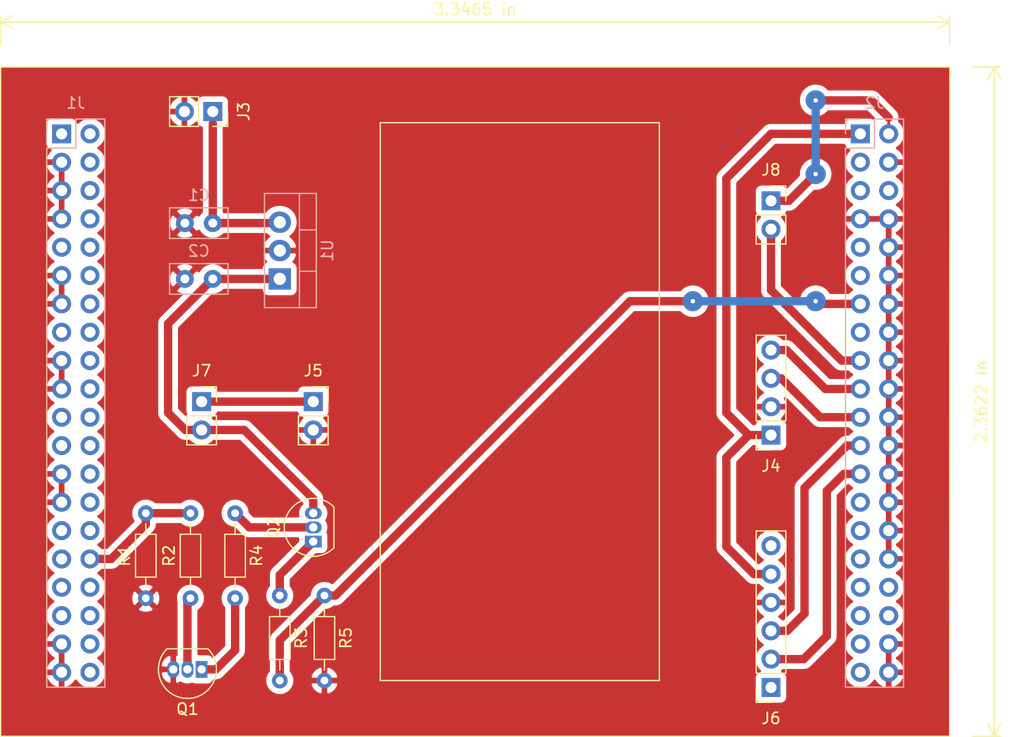
<source format=kicad_pcb>
(kicad_pcb (version 20171130) (host pcbnew "(5.1.4)-1")

  (general
    (thickness 1.6)
    (drawings 10)
    (tracks 77)
    (zones 0)
    (modules 18)
    (nets 61)
  )

  (page A4)
  (layers
    (0 F.Cu signal)
    (31 B.Cu signal)
    (32 B.Adhes user)
    (33 F.Adhes user)
    (34 B.Paste user)
    (35 F.Paste user)
    (36 B.SilkS user)
    (37 F.SilkS user)
    (38 B.Mask user)
    (39 F.Mask user)
    (40 Dwgs.User user)
    (41 Cmts.User user)
    (42 Eco1.User user)
    (43 Eco2.User user)
    (44 Edge.Cuts user)
    (45 Margin user)
    (46 B.CrtYd user)
    (47 F.CrtYd user)
    (48 B.Fab user)
    (49 F.Fab user)
  )

  (setup
    (last_trace_width 0.25)
    (trace_clearance 0.2)
    (zone_clearance 0.508)
    (zone_45_only no)
    (trace_min 0.2)
    (via_size 0.8)
    (via_drill 0.4)
    (via_min_size 0.4)
    (via_min_drill 0.3)
    (uvia_size 0.3)
    (uvia_drill 0.1)
    (uvias_allowed no)
    (uvia_min_size 0.2)
    (uvia_min_drill 0.1)
    (edge_width 0.05)
    (segment_width 0.2)
    (pcb_text_width 0.3)
    (pcb_text_size 1.5 1.5)
    (mod_edge_width 0.12)
    (mod_text_size 1 1)
    (mod_text_width 0.15)
    (pad_size 1.524 1.524)
    (pad_drill 0.762)
    (pad_to_mask_clearance 0.051)
    (solder_mask_min_width 0.25)
    (aux_axis_origin 0 0)
    (visible_elements 7FFFFFFF)
    (pcbplotparams
      (layerselection 0x010fc_ffffffff)
      (usegerberextensions false)
      (usegerberattributes false)
      (usegerberadvancedattributes false)
      (creategerberjobfile false)
      (excludeedgelayer true)
      (linewidth 0.100000)
      (plotframeref false)
      (viasonmask false)
      (mode 1)
      (useauxorigin false)
      (hpglpennumber 1)
      (hpglpenspeed 20)
      (hpglpendiameter 15.000000)
      (psnegative false)
      (psa4output false)
      (plotreference true)
      (plotvalue true)
      (plotinvisibletext false)
      (padsonsilk false)
      (subtractmaskfromsilk false)
      (outputformat 1)
      (mirror false)
      (drillshape 1)
      (scaleselection 1)
      (outputdirectory ""))
  )

  (net 0 "")
  (net 1 +5V)
  (net 2 /RXD1)
  (net 3 /TX_EN)
  (net 4 /MDC)
  (net 5 /CRS_DV)
  (net 6 /MDIO)
  (net 7 /TXD0)
  (net 8 /TXD1)
  (net 9 /SPI_MISO)
  (net 10 /SPI_SCK)
  (net 11 /LCD4)
  (net 12 /LCD_RS)
  (net 13 /LCD3)
  (net 14 /LCD2)
  (net 15 /LCD1)
  (net 16 /GPIO1)
  (net 17 /GPIO3)
  (net 18 /GPIO5)
  (net 19 /GPIO7)
  (net 20 /GPIO8)
  (net 21 GND)
  (net 22 /GPIO6)
  (net 23 /GPIO4)
  (net 24 /GPIO2)
  (net 25 /GPIO0)
  (net 26 /LCD_EN)
  (net 27 /SPI_MOSI)
  (net 28 /REF_CLK)
  (net 29 /RXD0)
  (net 30 +3V3)
  (net 31 /WAKEUP)
  (net 32 /T_COL2)
  (net 33 /T_FIL1)
  (net 34 /T_COL0)
  (net 35 /T_FIL2)
  (net 36 /T_FIL3)
  (net 37 /T_FIL0)
  (net 38 /T_COL1)
  (net 39 /CAN_TD)
  (net 40 /CAN_RD)
  (net 41 /232_TX)
  (net 42 /232_RX)
  (net 43 /I2C_SCL)
  (net 44 /I2C_SDA)
  (net 45 /DAC)
  (net 46 /CH1)
  (net 47 /CH2)
  (net 48 /CH3)
  (net 49 /ISP)
  (net 50 /RESET)
  (net 51 +9V)
  (net 52 "Net-(J5-Pad1)")
  (net 53 "Net-(J6-Pad6)")
  (net 54 "Net-(J6-Pad1)")
  (net 55 "Net-(Q1-Pad1)")
  (net 56 "Net-(C1-Pad1)")
  (net 57 /VDDA)
  (net 58 "Net-(Q1-Pad2)")
  (net 59 "Net-(Q2-Pad1)")
  (net 60 "Net-(Q2-Pad2)")

  (net_class Default "Esta es la clase de red por defecto."
    (clearance 0.2)
    (trace_width 0.25)
    (via_dia 0.8)
    (via_drill 0.4)
    (uvia_dia 0.3)
    (uvia_drill 0.1)
    (add_net +3V3)
    (add_net +5V)
    (add_net +9V)
    (add_net /232_RX)
    (add_net /232_TX)
    (add_net /CAN_RD)
    (add_net /CAN_TD)
    (add_net /CH1)
    (add_net /CH2)
    (add_net /CH3)
    (add_net /CRS_DV)
    (add_net /DAC)
    (add_net /GPIO0)
    (add_net /GPIO1)
    (add_net /GPIO2)
    (add_net /GPIO3)
    (add_net /GPIO4)
    (add_net /GPIO5)
    (add_net /GPIO6)
    (add_net /GPIO7)
    (add_net /GPIO8)
    (add_net /I2C_SCL)
    (add_net /I2C_SDA)
    (add_net /ISP)
    (add_net /LCD1)
    (add_net /LCD2)
    (add_net /LCD3)
    (add_net /LCD4)
    (add_net /LCD_EN)
    (add_net /LCD_RS)
    (add_net /MDC)
    (add_net /MDIO)
    (add_net /REF_CLK)
    (add_net /RESET)
    (add_net /RXD0)
    (add_net /RXD1)
    (add_net /SPI_MISO)
    (add_net /SPI_MOSI)
    (add_net /SPI_SCK)
    (add_net /TXD0)
    (add_net /TXD1)
    (add_net /TX_EN)
    (add_net /T_COL0)
    (add_net /T_COL1)
    (add_net /T_COL2)
    (add_net /T_FIL0)
    (add_net /T_FIL1)
    (add_net /T_FIL2)
    (add_net /T_FIL3)
    (add_net /VDDA)
    (add_net /WAKEUP)
    (add_net GND)
    (add_net "Net-(C1-Pad1)")
    (add_net "Net-(J5-Pad1)")
    (add_net "Net-(J6-Pad1)")
    (add_net "Net-(J6-Pad6)")
    (add_net "Net-(Q1-Pad1)")
    (add_net "Net-(Q1-Pad2)")
    (add_net "Net-(Q2-Pad1)")
    (add_net "Net-(Q2-Pad2)")
  )

  (module Resistor_THT:R_Axial_DIN0204_L3.6mm_D1.6mm_P7.62mm_Horizontal (layer F.Cu) (tedit 5AE5139B) (tstamp 5DE41C77)
    (at 89 113.38 270)
    (descr "Resistor, Axial_DIN0204 series, Axial, Horizontal, pin pitch=7.62mm, 0.167W, length*diameter=3.6*1.6mm^2, http://cdn-reichelt.de/documents/datenblatt/B400/1_4W%23YAG.pdf")
    (tags "Resistor Axial_DIN0204 series Axial Horizontal pin pitch 7.62mm 0.167W length 3.6mm diameter 1.6mm")
    (path /5DD8D747)
    (fp_text reference R5 (at 3.81 -1.92 90) (layer F.SilkS)
      (effects (font (size 1 1) (thickness 0.15)))
    )
    (fp_text value 22k (at 3.81 1.92 90) (layer F.Fab)
      (effects (font (size 1 1) (thickness 0.15)))
    )
    (fp_text user %R (at 3.81 0 90) (layer F.Fab)
      (effects (font (size 0.72 0.72) (thickness 0.108)))
    )
    (fp_line (start 8.57 -1.05) (end -0.95 -1.05) (layer F.CrtYd) (width 0.05))
    (fp_line (start 8.57 1.05) (end 8.57 -1.05) (layer F.CrtYd) (width 0.05))
    (fp_line (start -0.95 1.05) (end 8.57 1.05) (layer F.CrtYd) (width 0.05))
    (fp_line (start -0.95 -1.05) (end -0.95 1.05) (layer F.CrtYd) (width 0.05))
    (fp_line (start 6.68 0) (end 5.73 0) (layer F.SilkS) (width 0.12))
    (fp_line (start 0.94 0) (end 1.89 0) (layer F.SilkS) (width 0.12))
    (fp_line (start 5.73 -0.92) (end 1.89 -0.92) (layer F.SilkS) (width 0.12))
    (fp_line (start 5.73 0.92) (end 5.73 -0.92) (layer F.SilkS) (width 0.12))
    (fp_line (start 1.89 0.92) (end 5.73 0.92) (layer F.SilkS) (width 0.12))
    (fp_line (start 1.89 -0.92) (end 1.89 0.92) (layer F.SilkS) (width 0.12))
    (fp_line (start 7.62 0) (end 5.61 0) (layer F.Fab) (width 0.1))
    (fp_line (start 0 0) (end 2.01 0) (layer F.Fab) (width 0.1))
    (fp_line (start 5.61 -0.8) (end 2.01 -0.8) (layer F.Fab) (width 0.1))
    (fp_line (start 5.61 0.8) (end 5.61 -0.8) (layer F.Fab) (width 0.1))
    (fp_line (start 2.01 0.8) (end 5.61 0.8) (layer F.Fab) (width 0.1))
    (fp_line (start 2.01 -0.8) (end 2.01 0.8) (layer F.Fab) (width 0.1))
    (pad 2 thru_hole oval (at 7.62 0 270) (size 1.4 1.4) (drill 0.7) (layers *.Cu *.Mask)
      (net 21 GND))
    (pad 1 thru_hole circle (at 0 0 270) (size 1.4 1.4) (drill 0.7) (layers *.Cu *.Mask)
      (net 46 /CH1))
    (model ${KISYS3DMOD}/Resistor_THT.3dshapes/R_Axial_DIN0204_L3.6mm_D1.6mm_P7.62mm_Horizontal.wrl
      (at (xyz 0 0 0))
      (scale (xyz 1 1 1))
      (rotate (xyz 0 0 0))
    )
  )

  (module Resistor_THT:R_Axial_DIN0204_L3.6mm_D1.6mm_P7.62mm_Horizontal (layer F.Cu) (tedit 5AE5139B) (tstamp 5DE41C60)
    (at 81 106 270)
    (descr "Resistor, Axial_DIN0204 series, Axial, Horizontal, pin pitch=7.62mm, 0.167W, length*diameter=3.6*1.6mm^2, http://cdn-reichelt.de/documents/datenblatt/B400/1_4W%23YAG.pdf")
    (tags "Resistor Axial_DIN0204 series Axial Horizontal pin pitch 7.62mm 0.167W length 3.6mm diameter 1.6mm")
    (path /5DB5F306)
    (fp_text reference R4 (at 3.81 -1.92 90) (layer F.SilkS)
      (effects (font (size 1 1) (thickness 0.15)))
    )
    (fp_text value 10K (at 3.81 1.92 90) (layer F.Fab)
      (effects (font (size 1 1) (thickness 0.15)))
    )
    (fp_text user %R (at 3.81 0 90) (layer F.Fab)
      (effects (font (size 0.72 0.72) (thickness 0.108)))
    )
    (fp_line (start 8.57 -1.05) (end -0.95 -1.05) (layer F.CrtYd) (width 0.05))
    (fp_line (start 8.57 1.05) (end 8.57 -1.05) (layer F.CrtYd) (width 0.05))
    (fp_line (start -0.95 1.05) (end 8.57 1.05) (layer F.CrtYd) (width 0.05))
    (fp_line (start -0.95 -1.05) (end -0.95 1.05) (layer F.CrtYd) (width 0.05))
    (fp_line (start 6.68 0) (end 5.73 0) (layer F.SilkS) (width 0.12))
    (fp_line (start 0.94 0) (end 1.89 0) (layer F.SilkS) (width 0.12))
    (fp_line (start 5.73 -0.92) (end 1.89 -0.92) (layer F.SilkS) (width 0.12))
    (fp_line (start 5.73 0.92) (end 5.73 -0.92) (layer F.SilkS) (width 0.12))
    (fp_line (start 1.89 0.92) (end 5.73 0.92) (layer F.SilkS) (width 0.12))
    (fp_line (start 1.89 -0.92) (end 1.89 0.92) (layer F.SilkS) (width 0.12))
    (fp_line (start 7.62 0) (end 5.61 0) (layer F.Fab) (width 0.1))
    (fp_line (start 0 0) (end 2.01 0) (layer F.Fab) (width 0.1))
    (fp_line (start 5.61 -0.8) (end 2.01 -0.8) (layer F.Fab) (width 0.1))
    (fp_line (start 5.61 0.8) (end 5.61 -0.8) (layer F.Fab) (width 0.1))
    (fp_line (start 2.01 0.8) (end 5.61 0.8) (layer F.Fab) (width 0.1))
    (fp_line (start 2.01 -0.8) (end 2.01 0.8) (layer F.Fab) (width 0.1))
    (pad 2 thru_hole oval (at 7.62 0 270) (size 1.4 1.4) (drill 0.7) (layers *.Cu *.Mask)
      (net 55 "Net-(Q1-Pad1)"))
    (pad 1 thru_hole circle (at 0 0 270) (size 1.4 1.4) (drill 0.7) (layers *.Cu *.Mask)
      (net 60 "Net-(Q2-Pad2)"))
    (model ${KISYS3DMOD}/Resistor_THT.3dshapes/R_Axial_DIN0204_L3.6mm_D1.6mm_P7.62mm_Horizontal.wrl
      (at (xyz 0 0 0))
      (scale (xyz 1 1 1))
      (rotate (xyz 0 0 0))
    )
  )

  (module Resistor_THT:R_Axial_DIN0204_L3.6mm_D1.6mm_P7.62mm_Horizontal (layer F.Cu) (tedit 5AE5139B) (tstamp 5DE41C49)
    (at 85 113.38 270)
    (descr "Resistor, Axial_DIN0204 series, Axial, Horizontal, pin pitch=7.62mm, 0.167W, length*diameter=3.6*1.6mm^2, http://cdn-reichelt.de/documents/datenblatt/B400/1_4W%23YAG.pdf")
    (tags "Resistor Axial_DIN0204 series Axial Horizontal pin pitch 7.62mm 0.167W length 3.6mm diameter 1.6mm")
    (path /5DB5ECB6)
    (fp_text reference R3 (at 3.81 -1.92 90) (layer F.SilkS)
      (effects (font (size 1 1) (thickness 0.15)))
    )
    (fp_text value 47K (at 3.81 1.92 90) (layer F.Fab)
      (effects (font (size 1 1) (thickness 0.15)))
    )
    (fp_text user %R (at 3.81 0 90) (layer F.Fab)
      (effects (font (size 0.72 0.72) (thickness 0.108)))
    )
    (fp_line (start 8.57 -1.05) (end -0.95 -1.05) (layer F.CrtYd) (width 0.05))
    (fp_line (start 8.57 1.05) (end 8.57 -1.05) (layer F.CrtYd) (width 0.05))
    (fp_line (start -0.95 1.05) (end 8.57 1.05) (layer F.CrtYd) (width 0.05))
    (fp_line (start -0.95 -1.05) (end -0.95 1.05) (layer F.CrtYd) (width 0.05))
    (fp_line (start 6.68 0) (end 5.73 0) (layer F.SilkS) (width 0.12))
    (fp_line (start 0.94 0) (end 1.89 0) (layer F.SilkS) (width 0.12))
    (fp_line (start 5.73 -0.92) (end 1.89 -0.92) (layer F.SilkS) (width 0.12))
    (fp_line (start 5.73 0.92) (end 5.73 -0.92) (layer F.SilkS) (width 0.12))
    (fp_line (start 1.89 0.92) (end 5.73 0.92) (layer F.SilkS) (width 0.12))
    (fp_line (start 1.89 -0.92) (end 1.89 0.92) (layer F.SilkS) (width 0.12))
    (fp_line (start 7.62 0) (end 5.61 0) (layer F.Fab) (width 0.1))
    (fp_line (start 0 0) (end 2.01 0) (layer F.Fab) (width 0.1))
    (fp_line (start 5.61 -0.8) (end 2.01 -0.8) (layer F.Fab) (width 0.1))
    (fp_line (start 5.61 0.8) (end 5.61 -0.8) (layer F.Fab) (width 0.1))
    (fp_line (start 2.01 0.8) (end 5.61 0.8) (layer F.Fab) (width 0.1))
    (fp_line (start 2.01 -0.8) (end 2.01 0.8) (layer F.Fab) (width 0.1))
    (pad 2 thru_hole oval (at 7.62 0 270) (size 1.4 1.4) (drill 0.7) (layers *.Cu *.Mask)
      (net 46 /CH1))
    (pad 1 thru_hole circle (at 0 0 270) (size 1.4 1.4) (drill 0.7) (layers *.Cu *.Mask)
      (net 59 "Net-(Q2-Pad1)"))
    (model ${KISYS3DMOD}/Resistor_THT.3dshapes/R_Axial_DIN0204_L3.6mm_D1.6mm_P7.62mm_Horizontal.wrl
      (at (xyz 0 0 0))
      (scale (xyz 1 1 1))
      (rotate (xyz 0 0 0))
    )
  )

  (module Resistor_THT:R_Axial_DIN0204_L3.6mm_D1.6mm_P7.62mm_Horizontal (layer F.Cu) (tedit 5AE5139B) (tstamp 5DE41C32)
    (at 77 113.62 90)
    (descr "Resistor, Axial_DIN0204 series, Axial, Horizontal, pin pitch=7.62mm, 0.167W, length*diameter=3.6*1.6mm^2, http://cdn-reichelt.de/documents/datenblatt/B400/1_4W%23YAG.pdf")
    (tags "Resistor Axial_DIN0204 series Axial Horizontal pin pitch 7.62mm 0.167W length 3.6mm diameter 1.6mm")
    (path /5DB5F92D)
    (fp_text reference R2 (at 3.81 -1.92 90) (layer F.SilkS)
      (effects (font (size 1 1) (thickness 0.15)))
    )
    (fp_text value 100k (at 3.81 1.92 90) (layer F.Fab)
      (effects (font (size 1 1) (thickness 0.15)))
    )
    (fp_text user %R (at 3.81 0 90) (layer F.Fab)
      (effects (font (size 0.72 0.72) (thickness 0.108)))
    )
    (fp_line (start 8.57 -1.05) (end -0.95 -1.05) (layer F.CrtYd) (width 0.05))
    (fp_line (start 8.57 1.05) (end 8.57 -1.05) (layer F.CrtYd) (width 0.05))
    (fp_line (start -0.95 1.05) (end 8.57 1.05) (layer F.CrtYd) (width 0.05))
    (fp_line (start -0.95 -1.05) (end -0.95 1.05) (layer F.CrtYd) (width 0.05))
    (fp_line (start 6.68 0) (end 5.73 0) (layer F.SilkS) (width 0.12))
    (fp_line (start 0.94 0) (end 1.89 0) (layer F.SilkS) (width 0.12))
    (fp_line (start 5.73 -0.92) (end 1.89 -0.92) (layer F.SilkS) (width 0.12))
    (fp_line (start 5.73 0.92) (end 5.73 -0.92) (layer F.SilkS) (width 0.12))
    (fp_line (start 1.89 0.92) (end 5.73 0.92) (layer F.SilkS) (width 0.12))
    (fp_line (start 1.89 -0.92) (end 1.89 0.92) (layer F.SilkS) (width 0.12))
    (fp_line (start 7.62 0) (end 5.61 0) (layer F.Fab) (width 0.1))
    (fp_line (start 0 0) (end 2.01 0) (layer F.Fab) (width 0.1))
    (fp_line (start 5.61 -0.8) (end 2.01 -0.8) (layer F.Fab) (width 0.1))
    (fp_line (start 5.61 0.8) (end 5.61 -0.8) (layer F.Fab) (width 0.1))
    (fp_line (start 2.01 0.8) (end 5.61 0.8) (layer F.Fab) (width 0.1))
    (fp_line (start 2.01 -0.8) (end 2.01 0.8) (layer F.Fab) (width 0.1))
    (pad 2 thru_hole oval (at 7.62 0 90) (size 1.4 1.4) (drill 0.7) (layers *.Cu *.Mask)
      (net 16 /GPIO1))
    (pad 1 thru_hole circle (at 0 0 90) (size 1.4 1.4) (drill 0.7) (layers *.Cu *.Mask)
      (net 58 "Net-(Q1-Pad2)"))
    (model ${KISYS3DMOD}/Resistor_THT.3dshapes/R_Axial_DIN0204_L3.6mm_D1.6mm_P7.62mm_Horizontal.wrl
      (at (xyz 0 0 0))
      (scale (xyz 1 1 1))
      (rotate (xyz 0 0 0))
    )
  )

  (module Resistor_THT:R_Axial_DIN0204_L3.6mm_D1.6mm_P7.62mm_Horizontal (layer F.Cu) (tedit 5AE5139B) (tstamp 5DE41C1B)
    (at 73 113.62 90)
    (descr "Resistor, Axial_DIN0204 series, Axial, Horizontal, pin pitch=7.62mm, 0.167W, length*diameter=3.6*1.6mm^2, http://cdn-reichelt.de/documents/datenblatt/B400/1_4W%23YAG.pdf")
    (tags "Resistor Axial_DIN0204 series Axial Horizontal pin pitch 7.62mm 0.167W length 3.6mm diameter 1.6mm")
    (path /5DB60645)
    (fp_text reference R1 (at 3.81 -1.92 90) (layer F.SilkS)
      (effects (font (size 1 1) (thickness 0.15)))
    )
    (fp_text value 330k (at 3.81 1.92 90) (layer F.Fab)
      (effects (font (size 1 1) (thickness 0.15)))
    )
    (fp_text user %R (at 3.81 0 90) (layer F.Fab)
      (effects (font (size 0.72 0.72) (thickness 0.108)))
    )
    (fp_line (start 8.57 -1.05) (end -0.95 -1.05) (layer F.CrtYd) (width 0.05))
    (fp_line (start 8.57 1.05) (end 8.57 -1.05) (layer F.CrtYd) (width 0.05))
    (fp_line (start -0.95 1.05) (end 8.57 1.05) (layer F.CrtYd) (width 0.05))
    (fp_line (start -0.95 -1.05) (end -0.95 1.05) (layer F.CrtYd) (width 0.05))
    (fp_line (start 6.68 0) (end 5.73 0) (layer F.SilkS) (width 0.12))
    (fp_line (start 0.94 0) (end 1.89 0) (layer F.SilkS) (width 0.12))
    (fp_line (start 5.73 -0.92) (end 1.89 -0.92) (layer F.SilkS) (width 0.12))
    (fp_line (start 5.73 0.92) (end 5.73 -0.92) (layer F.SilkS) (width 0.12))
    (fp_line (start 1.89 0.92) (end 5.73 0.92) (layer F.SilkS) (width 0.12))
    (fp_line (start 1.89 -0.92) (end 1.89 0.92) (layer F.SilkS) (width 0.12))
    (fp_line (start 7.62 0) (end 5.61 0) (layer F.Fab) (width 0.1))
    (fp_line (start 0 0) (end 2.01 0) (layer F.Fab) (width 0.1))
    (fp_line (start 5.61 -0.8) (end 2.01 -0.8) (layer F.Fab) (width 0.1))
    (fp_line (start 5.61 0.8) (end 5.61 -0.8) (layer F.Fab) (width 0.1))
    (fp_line (start 2.01 0.8) (end 5.61 0.8) (layer F.Fab) (width 0.1))
    (fp_line (start 2.01 -0.8) (end 2.01 0.8) (layer F.Fab) (width 0.1))
    (pad 2 thru_hole oval (at 7.62 0 90) (size 1.4 1.4) (drill 0.7) (layers *.Cu *.Mask)
      (net 16 /GPIO1))
    (pad 1 thru_hole circle (at 0 0 90) (size 1.4 1.4) (drill 0.7) (layers *.Cu *.Mask)
      (net 21 GND))
    (model ${KISYS3DMOD}/Resistor_THT.3dshapes/R_Axial_DIN0204_L3.6mm_D1.6mm_P7.62mm_Horizontal.wrl
      (at (xyz 0 0 0))
      (scale (xyz 1 1 1))
      (rotate (xyz 0 0 0))
    )
  )

  (module Package_TO_SOT_THT:TO-92_Inline (layer F.Cu) (tedit 5A1DD157) (tstamp 5DE41C04)
    (at 88 108.54 90)
    (descr "TO-92 leads in-line, narrow, oval pads, drill 0.75mm (see NXP sot054_po.pdf)")
    (tags "to-92 sc-43 sc-43a sot54 PA33 transistor")
    (path /5DE4A041)
    (fp_text reference Q2 (at 1.27 -3.56 90) (layer F.SilkS)
      (effects (font (size 1 1) (thickness 0.15)))
    )
    (fp_text value BC558 (at 1.27 2.79 90) (layer F.Fab)
      (effects (font (size 1 1) (thickness 0.15)))
    )
    (fp_arc (start 1.27 0) (end 1.27 -2.6) (angle 135) (layer F.SilkS) (width 0.12))
    (fp_arc (start 1.27 0) (end 1.27 -2.48) (angle -135) (layer F.Fab) (width 0.1))
    (fp_arc (start 1.27 0) (end 1.27 -2.6) (angle -135) (layer F.SilkS) (width 0.12))
    (fp_arc (start 1.27 0) (end 1.27 -2.48) (angle 135) (layer F.Fab) (width 0.1))
    (fp_line (start 4 2.01) (end -1.46 2.01) (layer F.CrtYd) (width 0.05))
    (fp_line (start 4 2.01) (end 4 -2.73) (layer F.CrtYd) (width 0.05))
    (fp_line (start -1.46 -2.73) (end -1.46 2.01) (layer F.CrtYd) (width 0.05))
    (fp_line (start -1.46 -2.73) (end 4 -2.73) (layer F.CrtYd) (width 0.05))
    (fp_line (start -0.5 1.75) (end 3 1.75) (layer F.Fab) (width 0.1))
    (fp_line (start -0.53 1.85) (end 3.07 1.85) (layer F.SilkS) (width 0.12))
    (fp_text user %R (at 1.27 -3.56 90) (layer F.Fab)
      (effects (font (size 1 1) (thickness 0.15)))
    )
    (pad 1 thru_hole rect (at 0 0 90) (size 1.05 1.5) (drill 0.75) (layers *.Cu *.Mask)
      (net 59 "Net-(Q2-Pad1)"))
    (pad 3 thru_hole oval (at 2.54 0 90) (size 1.05 1.5) (drill 0.75) (layers *.Cu *.Mask)
      (net 51 +9V))
    (pad 2 thru_hole oval (at 1.27 0 90) (size 1.05 1.5) (drill 0.75) (layers *.Cu *.Mask)
      (net 60 "Net-(Q2-Pad2)"))
    (model ${KISYS3DMOD}/Package_TO_SOT_THT.3dshapes/TO-92_Inline.wrl
      (at (xyz 0 0 0))
      (scale (xyz 1 1 1))
      (rotate (xyz 0 0 0))
    )
  )

  (module Package_TO_SOT_THT:TO-92_Inline (layer F.Cu) (tedit 5A1DD157) (tstamp 5DE41BF2)
    (at 78 120 180)
    (descr "TO-92 leads in-line, narrow, oval pads, drill 0.75mm (see NXP sot054_po.pdf)")
    (tags "to-92 sc-43 sc-43a sot54 PA33 transistor")
    (path /5DE49332)
    (fp_text reference Q1 (at 1.27 -3.56) (layer F.SilkS)
      (effects (font (size 1 1) (thickness 0.15)))
    )
    (fp_text value BC548 (at 1.27 2.79) (layer F.Fab)
      (effects (font (size 1 1) (thickness 0.15)))
    )
    (fp_arc (start 1.27 0) (end 1.27 -2.6) (angle 135) (layer F.SilkS) (width 0.12))
    (fp_arc (start 1.27 0) (end 1.27 -2.48) (angle -135) (layer F.Fab) (width 0.1))
    (fp_arc (start 1.27 0) (end 1.27 -2.6) (angle -135) (layer F.SilkS) (width 0.12))
    (fp_arc (start 1.27 0) (end 1.27 -2.48) (angle 135) (layer F.Fab) (width 0.1))
    (fp_line (start 4 2.01) (end -1.46 2.01) (layer F.CrtYd) (width 0.05))
    (fp_line (start 4 2.01) (end 4 -2.73) (layer F.CrtYd) (width 0.05))
    (fp_line (start -1.46 -2.73) (end -1.46 2.01) (layer F.CrtYd) (width 0.05))
    (fp_line (start -1.46 -2.73) (end 4 -2.73) (layer F.CrtYd) (width 0.05))
    (fp_line (start -0.5 1.75) (end 3 1.75) (layer F.Fab) (width 0.1))
    (fp_line (start -0.53 1.85) (end 3.07 1.85) (layer F.SilkS) (width 0.12))
    (fp_text user %R (at 1.27 -3.56) (layer F.Fab)
      (effects (font (size 1 1) (thickness 0.15)))
    )
    (pad 1 thru_hole rect (at 0 0 180) (size 1.05 1.5) (drill 0.75) (layers *.Cu *.Mask)
      (net 55 "Net-(Q1-Pad1)"))
    (pad 3 thru_hole oval (at 2.54 0 180) (size 1.05 1.5) (drill 0.75) (layers *.Cu *.Mask)
      (net 21 GND))
    (pad 2 thru_hole oval (at 1.27 0 180) (size 1.05 1.5) (drill 0.75) (layers *.Cu *.Mask)
      (net 58 "Net-(Q1-Pad2)"))
    (model ${KISYS3DMOD}/Package_TO_SOT_THT.3dshapes/TO-92_Inline.wrl
      (at (xyz 0 0 0))
      (scale (xyz 1 1 1))
      (rotate (xyz 0 0 0))
    )
  )

  (module Package_TO_SOT_THT:TO-220-3_Vertical (layer B.Cu) (tedit 5AC8BA0D) (tstamp 5DC0A4D0)
    (at 85 85 90)
    (descr "TO-220-3, Vertical, RM 2.54mm, see https://www.vishay.com/docs/66542/to-220-1.pdf")
    (tags "TO-220-3 Vertical RM 2.54mm")
    (path /5DBD1816)
    (fp_text reference U1 (at 2.54 4.27 270) (layer B.SilkS)
      (effects (font (size 1 1) (thickness 0.15)) (justify mirror))
    )
    (fp_text value LM7805_TO220 (at 2.54 -2.5 270) (layer B.Fab)
      (effects (font (size 1 1) (thickness 0.15)) (justify mirror))
    )
    (fp_text user %R (at 2.54 4.27 270) (layer B.Fab)
      (effects (font (size 1 1) (thickness 0.15)) (justify mirror))
    )
    (fp_line (start 7.79 3.4) (end -2.71 3.4) (layer B.CrtYd) (width 0.05))
    (fp_line (start 7.79 -1.51) (end 7.79 3.4) (layer B.CrtYd) (width 0.05))
    (fp_line (start -2.71 -1.51) (end 7.79 -1.51) (layer B.CrtYd) (width 0.05))
    (fp_line (start -2.71 3.4) (end -2.71 -1.51) (layer B.CrtYd) (width 0.05))
    (fp_line (start 4.391 3.27) (end 4.391 1.76) (layer B.SilkS) (width 0.12))
    (fp_line (start 0.69 3.27) (end 0.69 1.76) (layer B.SilkS) (width 0.12))
    (fp_line (start -2.58 1.76) (end 7.66 1.76) (layer B.SilkS) (width 0.12))
    (fp_line (start 7.66 3.27) (end 7.66 -1.371) (layer B.SilkS) (width 0.12))
    (fp_line (start -2.58 3.27) (end -2.58 -1.371) (layer B.SilkS) (width 0.12))
    (fp_line (start -2.58 -1.371) (end 7.66 -1.371) (layer B.SilkS) (width 0.12))
    (fp_line (start -2.58 3.27) (end 7.66 3.27) (layer B.SilkS) (width 0.12))
    (fp_line (start 4.39 3.15) (end 4.39 1.88) (layer B.Fab) (width 0.1))
    (fp_line (start 0.69 3.15) (end 0.69 1.88) (layer B.Fab) (width 0.1))
    (fp_line (start -2.46 1.88) (end 7.54 1.88) (layer B.Fab) (width 0.1))
    (fp_line (start 7.54 3.15) (end -2.46 3.15) (layer B.Fab) (width 0.1))
    (fp_line (start 7.54 -1.25) (end 7.54 3.15) (layer B.Fab) (width 0.1))
    (fp_line (start -2.46 -1.25) (end 7.54 -1.25) (layer B.Fab) (width 0.1))
    (fp_line (start -2.46 3.15) (end -2.46 -1.25) (layer B.Fab) (width 0.1))
    (pad 3 thru_hole oval (at 5.08 0 90) (size 1.905 2) (drill 1.1) (layers *.Cu *.Mask)
      (net 56 "Net-(C1-Pad1)"))
    (pad 2 thru_hole oval (at 2.54 0 90) (size 1.905 2) (drill 1.1) (layers *.Cu *.Mask)
      (net 21 GND))
    (pad 1 thru_hole rect (at 0 0 90) (size 1.905 2) (drill 1.1) (layers *.Cu *.Mask)
      (net 51 +9V))
    (model ${KISYS3DMOD}/Package_TO_SOT_THT.3dshapes/TO-220-3_Vertical.wrl
      (at (xyz 0 0 0))
      (scale (xyz 1 1 1))
      (rotate (xyz 0 0 0))
    )
  )

  (module Connector_PinSocket_2.54mm:PinSocket_1x02_P2.54mm_Vertical (layer F.Cu) (tedit 5A19A420) (tstamp 5DC0A40E)
    (at 129 78)
    (descr "Through hole straight socket strip, 1x02, 2.54mm pitch, single row (from Kicad 4.0.7), script generated")
    (tags "Through hole socket strip THT 1x02 2.54mm single row")
    (path /5DC60556)
    (fp_text reference J8 (at 0 -2.77) (layer F.SilkS)
      (effects (font (size 1 1) (thickness 0.15)))
    )
    (fp_text value Conn_01x02_Male (at -3 2 90) (layer F.Fab)
      (effects (font (size 1 1) (thickness 0.15)))
    )
    (fp_text user %R (at 0 1.27 90) (layer F.Fab)
      (effects (font (size 1 1) (thickness 0.15)))
    )
    (fp_line (start -1.8 4.3) (end -1.8 -1.8) (layer F.CrtYd) (width 0.05))
    (fp_line (start 1.75 4.3) (end -1.8 4.3) (layer F.CrtYd) (width 0.05))
    (fp_line (start 1.75 -1.8) (end 1.75 4.3) (layer F.CrtYd) (width 0.05))
    (fp_line (start -1.8 -1.8) (end 1.75 -1.8) (layer F.CrtYd) (width 0.05))
    (fp_line (start 0 -1.33) (end 1.33 -1.33) (layer F.SilkS) (width 0.12))
    (fp_line (start 1.33 -1.33) (end 1.33 0) (layer F.SilkS) (width 0.12))
    (fp_line (start 1.33 1.27) (end 1.33 3.87) (layer F.SilkS) (width 0.12))
    (fp_line (start -1.33 3.87) (end 1.33 3.87) (layer F.SilkS) (width 0.12))
    (fp_line (start -1.33 1.27) (end -1.33 3.87) (layer F.SilkS) (width 0.12))
    (fp_line (start -1.33 1.27) (end 1.33 1.27) (layer F.SilkS) (width 0.12))
    (fp_line (start -1.27 3.81) (end -1.27 -1.27) (layer F.Fab) (width 0.1))
    (fp_line (start 1.27 3.81) (end -1.27 3.81) (layer F.Fab) (width 0.1))
    (fp_line (start 1.27 -0.635) (end 1.27 3.81) (layer F.Fab) (width 0.1))
    (fp_line (start 0.635 -1.27) (end 1.27 -0.635) (layer F.Fab) (width 0.1))
    (fp_line (start -1.27 -1.27) (end 0.635 -1.27) (layer F.Fab) (width 0.1))
    (pad 2 thru_hole oval (at 0 2.54) (size 1.7 1.7) (drill 1) (layers *.Cu *.Mask)
      (net 57 /VDDA))
    (pad 1 thru_hole rect (at 0 0) (size 1.7 1.7) (drill 1) (layers *.Cu *.Mask)
      (net 1 +5V))
    (model ${KISYS3DMOD}/Connector_PinSocket_2.54mm.3dshapes/PinSocket_1x02_P2.54mm_Vertical.wrl
      (at (xyz 0 0 0))
      (scale (xyz 1 1 1))
      (rotate (xyz 0 0 0))
    )
  )

  (module Capacitor_THT:C_Disc_D5.0mm_W2.5mm_P2.50mm (layer B.Cu) (tedit 5AE50EF0) (tstamp 5DC0A226)
    (at 79 85 180)
    (descr "C, Disc series, Radial, pin pitch=2.50mm, , diameter*width=5*2.5mm^2, Capacitor, http://cdn-reichelt.de/documents/datenblatt/B300/DS_KERKO_TC.pdf")
    (tags "C Disc series Radial pin pitch 2.50mm  diameter 5mm width 2.5mm Capacitor")
    (path /5DBD5F55)
    (fp_text reference C2 (at 1.25 2.5 180) (layer B.SilkS)
      (effects (font (size 1 1) (thickness 0.15)) (justify mirror))
    )
    (fp_text value 0.33uF (at 1.25 -2.5 180) (layer B.Fab)
      (effects (font (size 1 1) (thickness 0.15)) (justify mirror))
    )
    (fp_text user %R (at 1 -1.5 180) (layer B.Fab)
      (effects (font (size 1 1) (thickness 0.15)) (justify mirror))
    )
    (fp_line (start 4 1.5) (end -1.5 1.5) (layer B.CrtYd) (width 0.05))
    (fp_line (start 4 -1.5) (end 4 1.5) (layer B.CrtYd) (width 0.05))
    (fp_line (start -1.5 -1.5) (end 4 -1.5) (layer B.CrtYd) (width 0.05))
    (fp_line (start -1.5 1.5) (end -1.5 -1.5) (layer B.CrtYd) (width 0.05))
    (fp_line (start 3.87 1.37) (end 3.87 -1.37) (layer B.SilkS) (width 0.12))
    (fp_line (start -1.37 1.37) (end -1.37 -1.37) (layer B.SilkS) (width 0.12))
    (fp_line (start -1.37 -1.37) (end 3.87 -1.37) (layer B.SilkS) (width 0.12))
    (fp_line (start -1.37 1.37) (end 3.87 1.37) (layer B.SilkS) (width 0.12))
    (fp_line (start 3.75 1.25) (end -1.25 1.25) (layer B.Fab) (width 0.1))
    (fp_line (start 3.75 -1.25) (end 3.75 1.25) (layer B.Fab) (width 0.1))
    (fp_line (start -1.25 -1.25) (end 3.75 -1.25) (layer B.Fab) (width 0.1))
    (fp_line (start -1.25 1.25) (end -1.25 -1.25) (layer B.Fab) (width 0.1))
    (pad 2 thru_hole circle (at 2.5 0 180) (size 1.6 1.6) (drill 0.8) (layers *.Cu *.Mask)
      (net 21 GND))
    (pad 1 thru_hole circle (at 0 0 180) (size 1.6 1.6) (drill 0.8) (layers *.Cu *.Mask)
      (net 51 +9V))
    (model ${KISYS3DMOD}/Capacitor_THT.3dshapes/C_Disc_D5.0mm_W2.5mm_P2.50mm.wrl
      (at (xyz 0 0 0))
      (scale (xyz 1 1 1))
      (rotate (xyz 0 0 0))
    )
  )

  (module Capacitor_THT:C_Disc_D5.0mm_W2.5mm_P2.50mm (layer B.Cu) (tedit 5AE50EF0) (tstamp 5DC0A213)
    (at 79 80 180)
    (descr "C, Disc series, Radial, pin pitch=2.50mm, , diameter*width=5*2.5mm^2, Capacitor, http://cdn-reichelt.de/documents/datenblatt/B300/DS_KERKO_TC.pdf")
    (tags "C Disc series Radial pin pitch 2.50mm  diameter 5mm width 2.5mm Capacitor")
    (path /5DBD6E70)
    (fp_text reference C1 (at 1.25 2.5 180) (layer B.SilkS)
      (effects (font (size 1 1) (thickness 0.15)) (justify mirror))
    )
    (fp_text value 0.1uF (at 1.25 -2.5 180) (layer B.Fab)
      (effects (font (size 1 1) (thickness 0.15)) (justify mirror))
    )
    (fp_text user %R (at 1.25 0 180) (layer B.Fab)
      (effects (font (size 1 1) (thickness 0.15)) (justify mirror))
    )
    (fp_line (start 4 1.5) (end -1.5 1.5) (layer B.CrtYd) (width 0.05))
    (fp_line (start 4 -1.5) (end 4 1.5) (layer B.CrtYd) (width 0.05))
    (fp_line (start -1.5 -1.5) (end 4 -1.5) (layer B.CrtYd) (width 0.05))
    (fp_line (start -1.5 1.5) (end -1.5 -1.5) (layer B.CrtYd) (width 0.05))
    (fp_line (start 3.87 1.37) (end 3.87 -1.37) (layer B.SilkS) (width 0.12))
    (fp_line (start -1.37 1.37) (end -1.37 -1.37) (layer B.SilkS) (width 0.12))
    (fp_line (start -1.37 -1.37) (end 3.87 -1.37) (layer B.SilkS) (width 0.12))
    (fp_line (start -1.37 1.37) (end 3.87 1.37) (layer B.SilkS) (width 0.12))
    (fp_line (start 3.75 1.25) (end -1.25 1.25) (layer B.Fab) (width 0.1))
    (fp_line (start 3.75 -1.25) (end 3.75 1.25) (layer B.Fab) (width 0.1))
    (fp_line (start -1.25 -1.25) (end 3.75 -1.25) (layer B.Fab) (width 0.1))
    (fp_line (start -1.25 1.25) (end -1.25 -1.25) (layer B.Fab) (width 0.1))
    (pad 2 thru_hole circle (at 2.5 0 180) (size 1.6 1.6) (drill 0.8) (layers *.Cu *.Mask)
      (net 21 GND))
    (pad 1 thru_hole circle (at 0 0 180) (size 1.6 1.6) (drill 0.8) (layers *.Cu *.Mask)
      (net 56 "Net-(C1-Pad1)"))
    (model ${KISYS3DMOD}/Capacitor_THT.3dshapes/C_Disc_D5.0mm_W2.5mm_P2.50mm.wrl
      (at (xyz 0 0 0))
      (scale (xyz 1 1 1))
      (rotate (xyz 0 0 0))
    )
  )

  (module Connector_PinSocket_2.54mm:PinSocket_1x04_P2.54mm_Vertical (layer F.Cu) (tedit 5A19A429) (tstamp 5DB8F020)
    (at 129 99 180)
    (descr "Through hole straight socket strip, 1x04, 2.54mm pitch, single row (from Kicad 4.0.7), script generated")
    (tags "Through hole socket strip THT 1x04 2.54mm single row")
    (path /5DBDDEBF)
    (fp_text reference J4 (at 0 -2.77) (layer F.SilkS)
      (effects (font (size 1 1) (thickness 0.15)))
    )
    (fp_text value Conn_01x04_Female (at -3 2.62 90) (layer F.Fab)
      (effects (font (size 1 1) (thickness 0.15)))
    )
    (fp_text user %R (at 0 3.81 90) (layer F.Fab)
      (effects (font (size 1 1) (thickness 0.15)))
    )
    (fp_line (start -1.8 9.4) (end -1.8 -1.8) (layer F.CrtYd) (width 0.05))
    (fp_line (start 1.75 9.4) (end -1.8 9.4) (layer F.CrtYd) (width 0.05))
    (fp_line (start 1.75 -1.8) (end 1.75 9.4) (layer F.CrtYd) (width 0.05))
    (fp_line (start -1.8 -1.8) (end 1.75 -1.8) (layer F.CrtYd) (width 0.05))
    (fp_line (start 0 -1.33) (end 1.33 -1.33) (layer F.SilkS) (width 0.12))
    (fp_line (start 1.33 -1.33) (end 1.33 0) (layer F.SilkS) (width 0.12))
    (fp_line (start 1.33 1.27) (end 1.33 8.95) (layer F.SilkS) (width 0.12))
    (fp_line (start -1.33 8.95) (end 1.33 8.95) (layer F.SilkS) (width 0.12))
    (fp_line (start -1.33 1.27) (end -1.33 8.95) (layer F.SilkS) (width 0.12))
    (fp_line (start -1.33 1.27) (end 1.33 1.27) (layer F.SilkS) (width 0.12))
    (fp_line (start -1.27 8.89) (end -1.27 -1.27) (layer F.Fab) (width 0.1))
    (fp_line (start 1.27 8.89) (end -1.27 8.89) (layer F.Fab) (width 0.1))
    (fp_line (start 1.27 -0.635) (end 1.27 8.89) (layer F.Fab) (width 0.1))
    (fp_line (start 0.635 -1.27) (end 1.27 -0.635) (layer F.Fab) (width 0.1))
    (fp_line (start -1.27 -1.27) (end 0.635 -1.27) (layer F.Fab) (width 0.1))
    (pad 4 thru_hole oval (at 0 7.62 180) (size 1.7 1.7) (drill 1) (layers *.Cu *.Mask)
      (net 44 /I2C_SDA))
    (pad 3 thru_hole oval (at 0 5.08 180) (size 1.7 1.7) (drill 1) (layers *.Cu *.Mask)
      (net 43 /I2C_SCL))
    (pad 2 thru_hole oval (at 0 2.54 180) (size 1.7 1.7) (drill 1) (layers *.Cu *.Mask)
      (net 21 GND))
    (pad 1 thru_hole rect (at 0 0 180) (size 1.7 1.7) (drill 1) (layers *.Cu *.Mask)
      (net 30 +3V3))
    (model ${KISYS3DMOD}/Connector_PinSocket_2.54mm.3dshapes/PinSocket_1x04_P2.54mm_Vertical.wrl
      (at (xyz 0 0 0))
      (scale (xyz 1 1 1))
      (rotate (xyz 0 0 0))
    )
  )

  (module Connector_PinSocket_2.54mm:PinSocket_2x20_P2.54mm_Vertical (layer B.Cu) (tedit 5A19A433) (tstamp 5DB8B1D2)
    (at 137 72 180)
    (descr "Through hole straight socket strip, 2x20, 2.54mm pitch, double cols (from Kicad 4.0.7), script generated")
    (tags "Through hole socket strip THT 2x20 2.54mm double row")
    (path /5DB952D5)
    (fp_text reference J2 (at -1.27 2.77) (layer B.SilkS)
      (effects (font (size 1 1) (thickness 0.15)) (justify mirror))
    )
    (fp_text value Conn_02x20_Odd_Even (at 3 -23 90) (layer B.Fab)
      (effects (font (size 1 1) (thickness 0.15)) (justify mirror))
    )
    (fp_text user %R (at -1.27 -24.13 270) (layer B.Fab)
      (effects (font (size 1 1) (thickness 0.15)) (justify mirror))
    )
    (fp_line (start -4.34 -50) (end -4.34 1.8) (layer B.CrtYd) (width 0.05))
    (fp_line (start 1.76 -50) (end -4.34 -50) (layer B.CrtYd) (width 0.05))
    (fp_line (start 1.76 1.8) (end 1.76 -50) (layer B.CrtYd) (width 0.05))
    (fp_line (start -4.34 1.8) (end 1.76 1.8) (layer B.CrtYd) (width 0.05))
    (fp_line (start 0 1.33) (end 1.33 1.33) (layer B.SilkS) (width 0.12))
    (fp_line (start 1.33 1.33) (end 1.33 0) (layer B.SilkS) (width 0.12))
    (fp_line (start -1.27 1.33) (end -1.27 -1.27) (layer B.SilkS) (width 0.12))
    (fp_line (start -1.27 -1.27) (end 1.33 -1.27) (layer B.SilkS) (width 0.12))
    (fp_line (start 1.33 -1.27) (end 1.33 -49.59) (layer B.SilkS) (width 0.12))
    (fp_line (start -3.87 -49.59) (end 1.33 -49.59) (layer B.SilkS) (width 0.12))
    (fp_line (start -3.87 1.33) (end -3.87 -49.59) (layer B.SilkS) (width 0.12))
    (fp_line (start -3.87 1.33) (end -1.27 1.33) (layer B.SilkS) (width 0.12))
    (fp_line (start -3.81 -49.53) (end -3.81 1.27) (layer B.Fab) (width 0.1))
    (fp_line (start 1.27 -49.53) (end -3.81 -49.53) (layer B.Fab) (width 0.1))
    (fp_line (start 1.27 0.27) (end 1.27 -49.53) (layer B.Fab) (width 0.1))
    (fp_line (start 0.27 1.27) (end 1.27 0.27) (layer B.Fab) (width 0.1))
    (fp_line (start -3.81 1.27) (end 0.27 1.27) (layer B.Fab) (width 0.1))
    (pad 40 thru_hole oval (at -2.54 -48.26 180) (size 1.7 1.7) (drill 1) (layers *.Cu *.Mask)
      (net 21 GND))
    (pad 39 thru_hole oval (at 0 -48.26 180) (size 1.7 1.7) (drill 1) (layers *.Cu *.Mask)
      (net 34 /T_COL0))
    (pad 38 thru_hole oval (at -2.54 -45.72 180) (size 1.7 1.7) (drill 1) (layers *.Cu *.Mask)
      (net 21 GND))
    (pad 37 thru_hole oval (at 0 -45.72 180) (size 1.7 1.7) (drill 1) (layers *.Cu *.Mask)
      (net 35 /T_FIL2))
    (pad 36 thru_hole oval (at -2.54 -43.18 180) (size 1.7 1.7) (drill 1) (layers *.Cu *.Mask)
      (net 33 /T_FIL1))
    (pad 35 thru_hole oval (at 0 -43.18 180) (size 1.7 1.7) (drill 1) (layers *.Cu *.Mask)
      (net 36 /T_FIL3))
    (pad 34 thru_hole oval (at -2.54 -40.64 180) (size 1.7 1.7) (drill 1) (layers *.Cu *.Mask)
      (net 32 /T_COL2))
    (pad 33 thru_hole oval (at 0 -40.64 180) (size 1.7 1.7) (drill 1) (layers *.Cu *.Mask)
      (net 37 /T_FIL0))
    (pad 32 thru_hole oval (at -2.54 -38.1 180) (size 1.7 1.7) (drill 1) (layers *.Cu *.Mask)
      (net 21 GND))
    (pad 31 thru_hole oval (at 0 -38.1 180) (size 1.7 1.7) (drill 1) (layers *.Cu *.Mask)
      (net 38 /T_COL1))
    (pad 30 thru_hole oval (at -2.54 -35.56 180) (size 1.7 1.7) (drill 1) (layers *.Cu *.Mask)
      (net 21 GND))
    (pad 29 thru_hole oval (at 0 -35.56 180) (size 1.7 1.7) (drill 1) (layers *.Cu *.Mask)
      (net 39 /CAN_TD))
    (pad 28 thru_hole oval (at -2.54 -33.02 180) (size 1.7 1.7) (drill 1) (layers *.Cu *.Mask)
      (net 21 GND))
    (pad 27 thru_hole oval (at 0 -33.02 180) (size 1.7 1.7) (drill 1) (layers *.Cu *.Mask)
      (net 40 /CAN_RD))
    (pad 26 thru_hole oval (at -2.54 -30.48 180) (size 1.7 1.7) (drill 1) (layers *.Cu *.Mask)
      (net 21 GND))
    (pad 25 thru_hole oval (at 0 -30.48 180) (size 1.7 1.7) (drill 1) (layers *.Cu *.Mask)
      (net 41 /232_TX))
    (pad 24 thru_hole oval (at -2.54 -27.94 180) (size 1.7 1.7) (drill 1) (layers *.Cu *.Mask)
      (net 21 GND))
    (pad 23 thru_hole oval (at 0 -27.94 180) (size 1.7 1.7) (drill 1) (layers *.Cu *.Mask)
      (net 42 /232_RX))
    (pad 22 thru_hole oval (at -2.54 -25.4 180) (size 1.7 1.7) (drill 1) (layers *.Cu *.Mask)
      (net 21 GND))
    (pad 21 thru_hole oval (at 0 -25.4 180) (size 1.7 1.7) (drill 1) (layers *.Cu *.Mask)
      (net 43 /I2C_SCL))
    (pad 20 thru_hole oval (at -2.54 -22.86 180) (size 1.7 1.7) (drill 1) (layers *.Cu *.Mask)
      (net 21 GND))
    (pad 19 thru_hole oval (at 0 -22.86 180) (size 1.7 1.7) (drill 1) (layers *.Cu *.Mask)
      (net 44 /I2C_SDA))
    (pad 18 thru_hole oval (at -2.54 -20.32 180) (size 1.7 1.7) (drill 1) (layers *.Cu *.Mask)
      (net 21 GND))
    (pad 17 thru_hole oval (at 0 -20.32 180) (size 1.7 1.7) (drill 1) (layers *.Cu *.Mask)
      (net 57 /VDDA))
    (pad 16 thru_hole oval (at -2.54 -17.78 180) (size 1.7 1.7) (drill 1) (layers *.Cu *.Mask)
      (net 21 GND))
    (pad 15 thru_hole oval (at 0 -17.78 180) (size 1.7 1.7) (drill 1) (layers *.Cu *.Mask)
      (net 45 /DAC))
    (pad 14 thru_hole oval (at -2.54 -15.24 180) (size 1.7 1.7) (drill 1) (layers *.Cu *.Mask)
      (net 21 GND))
    (pad 13 thru_hole oval (at 0 -15.24 180) (size 1.7 1.7) (drill 1) (layers *.Cu *.Mask)
      (net 46 /CH1))
    (pad 12 thru_hole oval (at -2.54 -12.7 180) (size 1.7 1.7) (drill 1) (layers *.Cu *.Mask)
      (net 21 GND))
    (pad 11 thru_hole oval (at 0 -12.7 180) (size 1.7 1.7) (drill 1) (layers *.Cu *.Mask)
      (net 47 /CH2))
    (pad 10 thru_hole oval (at -2.54 -10.16 180) (size 1.7 1.7) (drill 1) (layers *.Cu *.Mask)
      (net 21 GND))
    (pad 9 thru_hole oval (at 0 -10.16 180) (size 1.7 1.7) (drill 1) (layers *.Cu *.Mask)
      (net 48 /CH3))
    (pad 8 thru_hole oval (at -2.54 -7.62 180) (size 1.7 1.7) (drill 1) (layers *.Cu *.Mask)
      (net 21 GND))
    (pad 7 thru_hole oval (at 0 -7.62 180) (size 1.7 1.7) (drill 1) (layers *.Cu *.Mask)
      (net 21 GND))
    (pad 6 thru_hole oval (at -2.54 -5.08 180) (size 1.7 1.7) (drill 1) (layers *.Cu *.Mask)
      (net 31 /WAKEUP))
    (pad 5 thru_hole oval (at 0 -5.08 180) (size 1.7 1.7) (drill 1) (layers *.Cu *.Mask)
      (net 49 /ISP))
    (pad 4 thru_hole oval (at -2.54 -2.54 180) (size 1.7 1.7) (drill 1) (layers *.Cu *.Mask)
      (net 21 GND))
    (pad 3 thru_hole oval (at 0 -2.54 180) (size 1.7 1.7) (drill 1) (layers *.Cu *.Mask)
      (net 50 /RESET))
    (pad 2 thru_hole oval (at -2.54 0 180) (size 1.7 1.7) (drill 1) (layers *.Cu *.Mask)
      (net 1 +5V))
    (pad 1 thru_hole rect (at 0 0 180) (size 1.7 1.7) (drill 1) (layers *.Cu *.Mask)
      (net 30 +3V3))
    (model ${KISYS3DMOD}/Connector_PinSocket_2.54mm.3dshapes/PinSocket_2x20_P2.54mm_Vertical.wrl
      (at (xyz 0 0 0))
      (scale (xyz 1 1 1))
      (rotate (xyz 0 0 0))
    )
  )

  (module Connector_PinSocket_2.54mm:PinSocket_2x20_P2.54mm_Vertical (layer B.Cu) (tedit 5A19A433) (tstamp 5DB8B194)
    (at 65.46 72 180)
    (descr "Through hole straight socket strip, 2x20, 2.54mm pitch, double cols (from Kicad 4.0.7), script generated")
    (tags "Through hole socket strip THT 2x20 2.54mm double row")
    (path /5DB919C7)
    (fp_text reference J1 (at -1.27 2.77) (layer B.SilkS)
      (effects (font (size 1 1) (thickness 0.15)) (justify mirror))
    )
    (fp_text value Conn_02x20_Odd_Even (at 3.46 -20 90) (layer B.Fab)
      (effects (font (size 1 1) (thickness 0.15)) (justify mirror))
    )
    (fp_text user %R (at -1.27 -24.13 270) (layer B.Fab)
      (effects (font (size 1 1) (thickness 0.15)) (justify mirror))
    )
    (fp_line (start -4.34 -50) (end -4.34 1.8) (layer B.CrtYd) (width 0.05))
    (fp_line (start 1.76 -50) (end -4.34 -50) (layer B.CrtYd) (width 0.05))
    (fp_line (start 1.76 1.8) (end 1.76 -50) (layer B.CrtYd) (width 0.05))
    (fp_line (start -4.34 1.8) (end 1.76 1.8) (layer B.CrtYd) (width 0.05))
    (fp_line (start 0 1.33) (end 1.33 1.33) (layer B.SilkS) (width 0.12))
    (fp_line (start 1.33 1.33) (end 1.33 0) (layer B.SilkS) (width 0.12))
    (fp_line (start -1.27 1.33) (end -1.27 -1.27) (layer B.SilkS) (width 0.12))
    (fp_line (start -1.27 -1.27) (end 1.33 -1.27) (layer B.SilkS) (width 0.12))
    (fp_line (start 1.33 -1.27) (end 1.33 -49.59) (layer B.SilkS) (width 0.12))
    (fp_line (start -3.87 -49.59) (end 1.33 -49.59) (layer B.SilkS) (width 0.12))
    (fp_line (start -3.87 1.33) (end -3.87 -49.59) (layer B.SilkS) (width 0.12))
    (fp_line (start -3.87 1.33) (end -1.27 1.33) (layer B.SilkS) (width 0.12))
    (fp_line (start -3.81 -49.53) (end -3.81 1.27) (layer B.Fab) (width 0.1))
    (fp_line (start 1.27 -49.53) (end -3.81 -49.53) (layer B.Fab) (width 0.1))
    (fp_line (start 1.27 0.27) (end 1.27 -49.53) (layer B.Fab) (width 0.1))
    (fp_line (start 0.27 1.27) (end 1.27 0.27) (layer B.Fab) (width 0.1))
    (fp_line (start -3.81 1.27) (end 0.27 1.27) (layer B.Fab) (width 0.1))
    (pad 40 thru_hole oval (at -2.54 -48.26 180) (size 1.7 1.7) (drill 1) (layers *.Cu *.Mask)
      (net 20 /GPIO8))
    (pad 39 thru_hole oval (at 0 -48.26 180) (size 1.7 1.7) (drill 1) (layers *.Cu *.Mask)
      (net 21 GND))
    (pad 38 thru_hole oval (at -2.54 -45.72 180) (size 1.7 1.7) (drill 1) (layers *.Cu *.Mask)
      (net 19 /GPIO7))
    (pad 37 thru_hole oval (at 0 -45.72 180) (size 1.7 1.7) (drill 1) (layers *.Cu *.Mask)
      (net 21 GND))
    (pad 36 thru_hole oval (at -2.54 -43.18 180) (size 1.7 1.7) (drill 1) (layers *.Cu *.Mask)
      (net 18 /GPIO5))
    (pad 35 thru_hole oval (at 0 -43.18 180) (size 1.7 1.7) (drill 1) (layers *.Cu *.Mask)
      (net 22 /GPIO6))
    (pad 34 thru_hole oval (at -2.54 -40.64 180) (size 1.7 1.7) (drill 1) (layers *.Cu *.Mask)
      (net 17 /GPIO3))
    (pad 33 thru_hole oval (at 0 -40.64 180) (size 1.7 1.7) (drill 1) (layers *.Cu *.Mask)
      (net 23 /GPIO4))
    (pad 32 thru_hole oval (at -2.54 -38.1 180) (size 1.7 1.7) (drill 1) (layers *.Cu *.Mask)
      (net 16 /GPIO1))
    (pad 31 thru_hole oval (at 0 -38.1 180) (size 1.7 1.7) (drill 1) (layers *.Cu *.Mask)
      (net 24 /GPIO2))
    (pad 30 thru_hole oval (at -2.54 -35.56 180) (size 1.7 1.7) (drill 1) (layers *.Cu *.Mask)
      (net 15 /LCD1))
    (pad 29 thru_hole oval (at 0 -35.56 180) (size 1.7 1.7) (drill 1) (layers *.Cu *.Mask)
      (net 25 /GPIO0))
    (pad 28 thru_hole oval (at -2.54 -33.02 180) (size 1.7 1.7) (drill 1) (layers *.Cu *.Mask)
      (net 14 /LCD2))
    (pad 27 thru_hole oval (at 0 -33.02 180) (size 1.7 1.7) (drill 1) (layers *.Cu *.Mask)
      (net 21 GND))
    (pad 26 thru_hole oval (at -2.54 -30.48 180) (size 1.7 1.7) (drill 1) (layers *.Cu *.Mask)
      (net 13 /LCD3))
    (pad 25 thru_hole oval (at 0 -30.48 180) (size 1.7 1.7) (drill 1) (layers *.Cu *.Mask)
      (net 21 GND))
    (pad 24 thru_hole oval (at -2.54 -27.94 180) (size 1.7 1.7) (drill 1) (layers *.Cu *.Mask)
      (net 12 /LCD_RS))
    (pad 23 thru_hole oval (at 0 -27.94 180) (size 1.7 1.7) (drill 1) (layers *.Cu *.Mask)
      (net 26 /LCD_EN))
    (pad 22 thru_hole oval (at -2.54 -25.4 180) (size 1.7 1.7) (drill 1) (layers *.Cu *.Mask)
      (net 11 /LCD4))
    (pad 21 thru_hole oval (at 0 -25.4 180) (size 1.7 1.7) (drill 1) (layers *.Cu *.Mask)
      (net 27 /SPI_MOSI))
    (pad 20 thru_hole oval (at -2.54 -22.86 180) (size 1.7 1.7) (drill 1) (layers *.Cu *.Mask)
      (net 10 /SPI_SCK))
    (pad 19 thru_hole oval (at 0 -22.86 180) (size 1.7 1.7) (drill 1) (layers *.Cu *.Mask)
      (net 21 GND))
    (pad 18 thru_hole oval (at -2.54 -20.32 180) (size 1.7 1.7) (drill 1) (layers *.Cu *.Mask)
      (net 9 /SPI_MISO))
    (pad 17 thru_hole oval (at 0 -20.32 180) (size 1.7 1.7) (drill 1) (layers *.Cu *.Mask)
      (net 21 GND))
    (pad 16 thru_hole oval (at -2.54 -17.78 180) (size 1.7 1.7) (drill 1) (layers *.Cu *.Mask)
      (net 8 /TXD1))
    (pad 15 thru_hole oval (at 0 -17.78 180) (size 1.7 1.7) (drill 1) (layers *.Cu *.Mask)
      (net 28 /REF_CLK))
    (pad 14 thru_hole oval (at -2.54 -15.24 180) (size 1.7 1.7) (drill 1) (layers *.Cu *.Mask)
      (net 7 /TXD0))
    (pad 13 thru_hole oval (at 0 -15.24 180) (size 1.7 1.7) (drill 1) (layers *.Cu *.Mask)
      (net 21 GND))
    (pad 12 thru_hole oval (at -2.54 -12.7 180) (size 1.7 1.7) (drill 1) (layers *.Cu *.Mask)
      (net 6 /MDIO))
    (pad 11 thru_hole oval (at 0 -12.7 180) (size 1.7 1.7) (drill 1) (layers *.Cu *.Mask)
      (net 21 GND))
    (pad 10 thru_hole oval (at -2.54 -10.16 180) (size 1.7 1.7) (drill 1) (layers *.Cu *.Mask)
      (net 5 /CRS_DV))
    (pad 9 thru_hole oval (at 0 -10.16 180) (size 1.7 1.7) (drill 1) (layers *.Cu *.Mask)
      (net 29 /RXD0))
    (pad 8 thru_hole oval (at -2.54 -7.62 180) (size 1.7 1.7) (drill 1) (layers *.Cu *.Mask)
      (net 4 /MDC))
    (pad 7 thru_hole oval (at 0 -7.62 180) (size 1.7 1.7) (drill 1) (layers *.Cu *.Mask)
      (net 21 GND))
    (pad 6 thru_hole oval (at -2.54 -5.08 180) (size 1.7 1.7) (drill 1) (layers *.Cu *.Mask)
      (net 3 /TX_EN))
    (pad 5 thru_hole oval (at 0 -5.08 180) (size 1.7 1.7) (drill 1) (layers *.Cu *.Mask)
      (net 21 GND))
    (pad 4 thru_hole oval (at -2.54 -2.54 180) (size 1.7 1.7) (drill 1) (layers *.Cu *.Mask)
      (net 2 /RXD1))
    (pad 3 thru_hole oval (at 0 -2.54 180) (size 1.7 1.7) (drill 1) (layers *.Cu *.Mask)
      (net 21 GND))
    (pad 2 thru_hole oval (at -2.54 0 180) (size 1.7 1.7) (drill 1) (layers *.Cu *.Mask)
      (net 1 +5V))
    (pad 1 thru_hole rect (at 0 0 180) (size 1.7 1.7) (drill 1) (layers *.Cu *.Mask)
      (net 30 +3V3))
    (model ${KISYS3DMOD}/Connector_PinSocket_2.54mm.3dshapes/PinSocket_2x20_P2.54mm_Vertical.wrl
      (at (xyz 0 0 0))
      (scale (xyz 1 1 1))
      (rotate (xyz 0 0 0))
    )
  )

  (module Connector_PinSocket_2.54mm:PinSocket_1x02_P2.54mm_Vertical (layer F.Cu) (tedit 5A19A420) (tstamp 5DB9000D)
    (at 78 96)
    (descr "Through hole straight socket strip, 1x02, 2.54mm pitch, single row (from Kicad 4.0.7), script generated")
    (tags "Through hole socket strip THT 1x02 2.54mm single row")
    (path /5DBA020A)
    (fp_text reference J7 (at 0 -2.77) (layer F.SilkS)
      (effects (font (size 1 1) (thickness 0.15)))
    )
    (fp_text value Conn_01x02_Male (at -3 1.54 90) (layer F.Fab)
      (effects (font (size 1 1) (thickness 0.15)))
    )
    (fp_text user %R (at 0 1.27 90) (layer F.Fab)
      (effects (font (size 1 1) (thickness 0.15)))
    )
    (fp_line (start -1.8 4.3) (end -1.8 -1.8) (layer F.CrtYd) (width 0.05))
    (fp_line (start 1.75 4.3) (end -1.8 4.3) (layer F.CrtYd) (width 0.05))
    (fp_line (start 1.75 -1.8) (end 1.75 4.3) (layer F.CrtYd) (width 0.05))
    (fp_line (start -1.8 -1.8) (end 1.75 -1.8) (layer F.CrtYd) (width 0.05))
    (fp_line (start 0 -1.33) (end 1.33 -1.33) (layer F.SilkS) (width 0.12))
    (fp_line (start 1.33 -1.33) (end 1.33 0) (layer F.SilkS) (width 0.12))
    (fp_line (start 1.33 1.27) (end 1.33 3.87) (layer F.SilkS) (width 0.12))
    (fp_line (start -1.33 3.87) (end 1.33 3.87) (layer F.SilkS) (width 0.12))
    (fp_line (start -1.33 1.27) (end -1.33 3.87) (layer F.SilkS) (width 0.12))
    (fp_line (start -1.33 1.27) (end 1.33 1.27) (layer F.SilkS) (width 0.12))
    (fp_line (start -1.27 3.81) (end -1.27 -1.27) (layer F.Fab) (width 0.1))
    (fp_line (start 1.27 3.81) (end -1.27 3.81) (layer F.Fab) (width 0.1))
    (fp_line (start 1.27 -0.635) (end 1.27 3.81) (layer F.Fab) (width 0.1))
    (fp_line (start 0.635 -1.27) (end 1.27 -0.635) (layer F.Fab) (width 0.1))
    (fp_line (start -1.27 -1.27) (end 0.635 -1.27) (layer F.Fab) (width 0.1))
    (pad 2 thru_hole oval (at 0 2.54) (size 1.7 1.7) (drill 1) (layers *.Cu *.Mask)
      (net 51 +9V))
    (pad 1 thru_hole rect (at 0 0) (size 1.7 1.7) (drill 1) (layers *.Cu *.Mask)
      (net 52 "Net-(J5-Pad1)"))
    (model ${KISYS3DMOD}/Connector_PinSocket_2.54mm.3dshapes/PinSocket_1x02_P2.54mm_Vertical.wrl
      (at (xyz 0 0 0))
      (scale (xyz 1 1 1))
      (rotate (xyz 0 0 0))
    )
  )

  (module Connector_PinSocket_2.54mm:PinSocket_1x06_P2.54mm_Vertical (layer F.Cu) (tedit 5A19A430) (tstamp 5DB8F050)
    (at 129 121.62 180)
    (descr "Through hole straight socket strip, 1x06, 2.54mm pitch, single row (from Kicad 4.0.7), script generated")
    (tags "Through hole socket strip THT 1x06 2.54mm single row")
    (path /5DC2EBB7)
    (fp_text reference J6 (at 0 -2.77) (layer F.SilkS)
      (effects (font (size 1 1) (thickness 0.15)))
    )
    (fp_text value Conn_01x06_Female (at 3 6.7 90) (layer F.Fab)
      (effects (font (size 1 1) (thickness 0.15)))
    )
    (fp_text user %R (at 0 6.35 90) (layer F.Fab)
      (effects (font (size 1 1) (thickness 0.15)))
    )
    (fp_line (start -1.8 14.45) (end -1.8 -1.8) (layer F.CrtYd) (width 0.05))
    (fp_line (start 1.75 14.45) (end -1.8 14.45) (layer F.CrtYd) (width 0.05))
    (fp_line (start 1.75 -1.8) (end 1.75 14.45) (layer F.CrtYd) (width 0.05))
    (fp_line (start -1.8 -1.8) (end 1.75 -1.8) (layer F.CrtYd) (width 0.05))
    (fp_line (start 0 -1.33) (end 1.33 -1.33) (layer F.SilkS) (width 0.12))
    (fp_line (start 1.33 -1.33) (end 1.33 0) (layer F.SilkS) (width 0.12))
    (fp_line (start 1.33 1.27) (end 1.33 14.03) (layer F.SilkS) (width 0.12))
    (fp_line (start -1.33 14.03) (end 1.33 14.03) (layer F.SilkS) (width 0.12))
    (fp_line (start -1.33 1.27) (end -1.33 14.03) (layer F.SilkS) (width 0.12))
    (fp_line (start -1.33 1.27) (end 1.33 1.27) (layer F.SilkS) (width 0.12))
    (fp_line (start -1.27 13.97) (end -1.27 -1.27) (layer F.Fab) (width 0.1))
    (fp_line (start 1.27 13.97) (end -1.27 13.97) (layer F.Fab) (width 0.1))
    (fp_line (start 1.27 -0.635) (end 1.27 13.97) (layer F.Fab) (width 0.1))
    (fp_line (start 0.635 -1.27) (end 1.27 -0.635) (layer F.Fab) (width 0.1))
    (fp_line (start -1.27 -1.27) (end 0.635 -1.27) (layer F.Fab) (width 0.1))
    (pad 6 thru_hole oval (at 0 12.7 180) (size 1.7 1.7) (drill 1) (layers *.Cu *.Mask)
      (net 53 "Net-(J6-Pad6)"))
    (pad 5 thru_hole oval (at 0 10.16 180) (size 1.7 1.7) (drill 1) (layers *.Cu *.Mask)
      (net 30 +3V3))
    (pad 4 thru_hole oval (at 0 7.62 180) (size 1.7 1.7) (drill 1) (layers *.Cu *.Mask)
      (net 21 GND))
    (pad 3 thru_hole oval (at 0 5.08 180) (size 1.7 1.7) (drill 1) (layers *.Cu *.Mask)
      (net 42 /232_RX))
    (pad 2 thru_hole oval (at 0 2.54 180) (size 1.7 1.7) (drill 1) (layers *.Cu *.Mask)
      (net 41 /232_TX))
    (pad 1 thru_hole rect (at 0 0 180) (size 1.7 1.7) (drill 1) (layers *.Cu *.Mask)
      (net 54 "Net-(J6-Pad1)"))
    (model ${KISYS3DMOD}/Connector_PinSocket_2.54mm.3dshapes/PinSocket_1x06_P2.54mm_Vertical.wrl
      (at (xyz 0 0 0))
      (scale (xyz 1 1 1))
      (rotate (xyz 0 0 0))
    )
  )

  (module Connector_PinSocket_2.54mm:PinSocket_1x02_P2.54mm_Vertical (layer F.Cu) (tedit 5A19A420) (tstamp 5DB9004C)
    (at 88 96)
    (descr "Through hole straight socket strip, 1x02, 2.54mm pitch, single row (from Kicad 4.0.7), script generated")
    (tags "Through hole socket strip THT 1x02 2.54mm single row")
    (path /5DC57AAA)
    (fp_text reference J5 (at 0 -2.77) (layer F.SilkS)
      (effects (font (size 1 1) (thickness 0.15)))
    )
    (fp_text value Conn_01x02_Male (at -3 1.54 90) (layer F.Fab)
      (effects (font (size 1 1) (thickness 0.15)))
    )
    (fp_text user %R (at 0 1.27 90) (layer F.Fab)
      (effects (font (size 1 1) (thickness 0.15)))
    )
    (fp_line (start -1.8 4.3) (end -1.8 -1.8) (layer F.CrtYd) (width 0.05))
    (fp_line (start 1.75 4.3) (end -1.8 4.3) (layer F.CrtYd) (width 0.05))
    (fp_line (start 1.75 -1.8) (end 1.75 4.3) (layer F.CrtYd) (width 0.05))
    (fp_line (start -1.8 -1.8) (end 1.75 -1.8) (layer F.CrtYd) (width 0.05))
    (fp_line (start 0 -1.33) (end 1.33 -1.33) (layer F.SilkS) (width 0.12))
    (fp_line (start 1.33 -1.33) (end 1.33 0) (layer F.SilkS) (width 0.12))
    (fp_line (start 1.33 1.27) (end 1.33 3.87) (layer F.SilkS) (width 0.12))
    (fp_line (start -1.33 3.87) (end 1.33 3.87) (layer F.SilkS) (width 0.12))
    (fp_line (start -1.33 1.27) (end -1.33 3.87) (layer F.SilkS) (width 0.12))
    (fp_line (start -1.33 1.27) (end 1.33 1.27) (layer F.SilkS) (width 0.12))
    (fp_line (start -1.27 3.81) (end -1.27 -1.27) (layer F.Fab) (width 0.1))
    (fp_line (start 1.27 3.81) (end -1.27 3.81) (layer F.Fab) (width 0.1))
    (fp_line (start 1.27 -0.635) (end 1.27 3.81) (layer F.Fab) (width 0.1))
    (fp_line (start 0.635 -1.27) (end 1.27 -0.635) (layer F.Fab) (width 0.1))
    (fp_line (start -1.27 -1.27) (end 0.635 -1.27) (layer F.Fab) (width 0.1))
    (pad 2 thru_hole oval (at 0 2.54) (size 1.7 1.7) (drill 1) (layers *.Cu *.Mask)
      (net 21 GND))
    (pad 1 thru_hole rect (at 0 0) (size 1.7 1.7) (drill 1) (layers *.Cu *.Mask)
      (net 52 "Net-(J5-Pad1)"))
    (model ${KISYS3DMOD}/Connector_PinSocket_2.54mm.3dshapes/PinSocket_1x02_P2.54mm_Vertical.wrl
      (at (xyz 0 0 0))
      (scale (xyz 1 1 1))
      (rotate (xyz 0 0 0))
    )
  )

  (module Connector_PinSocket_2.54mm:PinSocket_1x02_P2.54mm_Vertical (layer F.Cu) (tedit 5A19A420) (tstamp 5DB8FF3E)
    (at 79 70 270)
    (descr "Through hole straight socket strip, 1x02, 2.54mm pitch, single row (from Kicad 4.0.7), script generated")
    (tags "Through hole socket strip THT 1x02 2.54mm single row")
    (path /5DC5A277)
    (fp_text reference J3 (at 0 -2.77 90) (layer F.SilkS)
      (effects (font (size 1 1) (thickness 0.15)))
    )
    (fp_text value Conn_01x02_Male (at -3 1 180) (layer F.Fab)
      (effects (font (size 1 1) (thickness 0.15)))
    )
    (fp_text user %R (at 0 1.27) (layer F.Fab)
      (effects (font (size 1 1) (thickness 0.15)))
    )
    (fp_line (start -1.8 4.3) (end -1.8 -1.8) (layer F.CrtYd) (width 0.05))
    (fp_line (start 1.75 4.3) (end -1.8 4.3) (layer F.CrtYd) (width 0.05))
    (fp_line (start 1.75 -1.8) (end 1.75 4.3) (layer F.CrtYd) (width 0.05))
    (fp_line (start -1.8 -1.8) (end 1.75 -1.8) (layer F.CrtYd) (width 0.05))
    (fp_line (start 0 -1.33) (end 1.33 -1.33) (layer F.SilkS) (width 0.12))
    (fp_line (start 1.33 -1.33) (end 1.33 0) (layer F.SilkS) (width 0.12))
    (fp_line (start 1.33 1.27) (end 1.33 3.87) (layer F.SilkS) (width 0.12))
    (fp_line (start -1.33 3.87) (end 1.33 3.87) (layer F.SilkS) (width 0.12))
    (fp_line (start -1.33 1.27) (end -1.33 3.87) (layer F.SilkS) (width 0.12))
    (fp_line (start -1.33 1.27) (end 1.33 1.27) (layer F.SilkS) (width 0.12))
    (fp_line (start -1.27 3.81) (end -1.27 -1.27) (layer F.Fab) (width 0.1))
    (fp_line (start 1.27 3.81) (end -1.27 3.81) (layer F.Fab) (width 0.1))
    (fp_line (start 1.27 -0.635) (end 1.27 3.81) (layer F.Fab) (width 0.1))
    (fp_line (start 0.635 -1.27) (end 1.27 -0.635) (layer F.Fab) (width 0.1))
    (fp_line (start -1.27 -1.27) (end 0.635 -1.27) (layer F.Fab) (width 0.1))
    (pad 2 thru_hole oval (at 0 2.54 270) (size 1.7 1.7) (drill 1) (layers *.Cu *.Mask)
      (net 21 GND))
    (pad 1 thru_hole rect (at 0 0 270) (size 1.7 1.7) (drill 1) (layers *.Cu *.Mask)
      (net 56 "Net-(C1-Pad1)"))
    (model ${KISYS3DMOD}/Connector_PinSocket_2.54mm.3dshapes/PinSocket_1x02_P2.54mm_Vertical.wrl
      (at (xyz 0 0 0))
      (scale (xyz 1 1 1))
      (rotate (xyz 0 0 0))
    )
  )

  (dimension 60 (width 0.12) (layer F.SilkS)
    (gr_text "60,000 mm" (at 150.27 96 270) (layer F.SilkS)
      (effects (font (size 1 1) (thickness 0.15)))
    )
    (feature1 (pts (xy 147 126) (xy 149.586421 126)))
    (feature2 (pts (xy 147 66) (xy 149.586421 66)))
    (crossbar (pts (xy 149 66) (xy 149 126)))
    (arrow1a (pts (xy 149 126) (xy 148.413579 124.873496)))
    (arrow1b (pts (xy 149 126) (xy 149.586421 124.873496)))
    (arrow2a (pts (xy 149 66) (xy 148.413579 67.126504)))
    (arrow2b (pts (xy 149 66) (xy 149.586421 67.126504)))
  )
  (dimension 85 (width 0.12) (layer F.SilkS)
    (gr_text "85,000 mm" (at 102.5 60.73) (layer F.SilkS)
      (effects (font (size 1 1) (thickness 0.15)))
    )
    (feature1 (pts (xy 145 64) (xy 145 61.413579)))
    (feature2 (pts (xy 60 64) (xy 60 61.413579)))
    (crossbar (pts (xy 60 62) (xy 145 62)))
    (arrow1a (pts (xy 145 62) (xy 143.873496 62.586421)))
    (arrow1b (pts (xy 145 62) (xy 143.873496 61.413579)))
    (arrow2a (pts (xy 60 62) (xy 61.126504 62.586421)))
    (arrow2b (pts (xy 60 62) (xy 61.126504 61.413579)))
  )
  (gr_line (start 94 71) (end 119 71) (layer F.SilkS) (width 0.12) (tstamp 5DB8C9CF))
  (gr_line (start 94 121) (end 94 71) (layer F.SilkS) (width 0.12))
  (gr_line (start 119 121) (end 94 121) (layer F.SilkS) (width 0.12))
  (gr_line (start 119 71) (end 119 121) (layer F.SilkS) (width 0.12))
  (gr_line (start 60 66) (end 145 66) (layer F.SilkS) (width 0.12))
  (gr_line (start 60 126) (end 60 66) (layer F.SilkS) (width 0.12) (tstamp 5DB90077))
  (gr_line (start 145 126) (end 60 126) (layer F.SilkS) (width 0.12))
  (gr_line (start 145.03 65.95) (end 145 126) (layer F.SilkS) (width 0.12))

  (segment (start 139.54 70.54) (end 138 69) (width 0.75) (layer F.Cu) (net 1))
  (segment (start 133 69) (end 133 75.6) (width 0.75) (layer B.Cu) (net 1))
  (segment (start 138 69) (end 136.735002 69) (width 0.75) (layer F.Cu) (net 1))
  (segment (start 129 78) (end 130.6 78) (width 0.75) (layer F.Cu) (net 1))
  (segment (start 130.6 78) (end 133 75.6) (width 0.75) (layer F.Cu) (net 1))
  (segment (start 139.54 72) (end 139.54 70.54) (width 0.25) (layer F.Cu) (net 1))
  (segment (start 136.735002 69) (end 133 69) (width 0.75) (layer F.Cu) (net 1))
  (via (at 133 69) (size 1.8) (drill 0.4) (layers F.Cu B.Cu) (net 1))
  (via (at 133 75.6) (size 1.8) (drill 0.4) (layers F.Cu B.Cu) (net 1))
  (segment (start 68 110.1) (end 69.9 110.1) (width 0.75) (layer F.Cu) (net 16))
  (segment (start 69.9 110.1) (end 73 107) (width 0.75) (layer F.Cu) (net 16))
  (segment (start 73 107) (end 73 106) (width 0.75) (layer F.Cu) (net 16))
  (segment (start 73 106) (end 77 106) (width 0.75) (layer F.Cu) (net 16))
  (segment (start 129 99) (end 127.4 99) (width 0.75) (layer F.Cu) (net 30))
  (segment (start 127.4 99) (end 127 99) (width 0.75) (layer F.Cu) (net 30))
  (segment (start 127.46 111.46) (end 129 111.46) (width 0.75) (layer F.Cu) (net 30))
  (segment (start 125 109) (end 127.46 111.46) (width 0.75) (layer F.Cu) (net 30))
  (segment (start 127 99) (end 125 101) (width 0.75) (layer F.Cu) (net 30))
  (segment (start 125 101) (end 125 109) (width 0.75) (layer F.Cu) (net 30))
  (segment (start 125 76) (end 129 72) (width 0.75) (layer F.Cu) (net 30))
  (segment (start 129 72) (end 137 72) (width 0.75) (layer F.Cu) (net 30))
  (segment (start 125 97) (end 125 76) (width 0.75) (layer F.Cu) (net 30))
  (segment (start 127 99) (end 125 97) (width 0.75) (layer F.Cu) (net 30))
  (segment (start 137 102.48) (end 135.52 102.48) (width 0.75) (layer F.Cu) (net 41))
  (segment (start 135.52 102.48) (end 134 104) (width 0.75) (layer F.Cu) (net 41))
  (segment (start 134 104) (end 134 117) (width 0.75) (layer F.Cu) (net 41))
  (segment (start 131.92 119.08) (end 129 119.08) (width 0.75) (layer F.Cu) (net 41))
  (segment (start 134 117) (end 131.92 119.08) (width 0.75) (layer F.Cu) (net 41))
  (segment (start 130.46 116.54) (end 129 116.54) (width 0.75) (layer F.Cu) (net 42))
  (segment (start 132 115) (end 130.46 116.54) (width 0.75) (layer F.Cu) (net 42))
  (segment (start 132 103.737919) (end 132 115) (width 0.75) (layer F.Cu) (net 42))
  (segment (start 137 99.94) (end 135.797919 99.94) (width 0.75) (layer F.Cu) (net 42))
  (segment (start 135.797919 99.94) (end 132 103.737919) (width 0.75) (layer F.Cu) (net 42))
  (segment (start 136.6 97) (end 137 97.4) (width 0.25) (layer F.Cu) (net 43))
  (segment (start 129.92 93.92) (end 129 93.92) (width 0.75) (layer F.Cu) (net 43))
  (segment (start 137 97.4) (end 133.4 97.4) (width 0.75) (layer F.Cu) (net 43))
  (segment (start 133.4 97.4) (end 129.92 93.92) (width 0.75) (layer F.Cu) (net 43))
  (segment (start 133.86 94.86) (end 130.38 91.38) (width 0.75) (layer F.Cu) (net 44))
  (segment (start 137 94.86) (end 133.86 94.86) (width 0.75) (layer F.Cu) (net 44))
  (segment (start 130.38 91.38) (end 129 91.38) (width 0.75) (layer F.Cu) (net 44))
  (segment (start 136.76 87) (end 137 87.24) (width 0.5) (layer B.Cu) (net 46))
  (segment (start 85 117.38) (end 89 113.38) (width 0.75) (layer F.Cu) (net 46))
  (segment (start 85 121) (end 85 117.38) (width 0.75) (layer F.Cu) (net 46))
  (segment (start 89.989949 113.38) (end 116.369949 87) (width 0.75) (layer F.Cu) (net 46))
  (segment (start 89 113.38) (end 89.989949 113.38) (width 0.75) (layer F.Cu) (net 46))
  (via (at 122 87) (size 1.8) (drill 0.4) (layers F.Cu B.Cu) (net 46))
  (segment (start 116.369949 87) (end 122 87) (width 0.75) (layer F.Cu) (net 46))
  (segment (start 122 87) (end 133 87) (width 0.75) (layer B.Cu) (net 46))
  (via (at 133 87) (size 1.8) (drill 0.4) (layers F.Cu B.Cu) (net 46))
  (segment (start 133.24 87.24) (end 133 87) (width 0.75) (layer F.Cu) (net 46))
  (segment (start 137 87.24) (end 133.24 87.24) (width 0.75) (layer F.Cu) (net 46))
  (segment (start 79 85) (end 85 85) (width 0.75) (layer F.Cu) (net 51))
  (segment (start 75 89) (end 79 85) (width 0.75) (layer F.Cu) (net 51))
  (segment (start 75 97) (end 75 89) (width 0.75) (layer F.Cu) (net 51))
  (segment (start 78 98.54) (end 76.54 98.54) (width 0.75) (layer F.Cu) (net 51))
  (segment (start 76.54 98.54) (end 75 97) (width 0.75) (layer F.Cu) (net 51))
  (segment (start 88 104.725) (end 88 106) (width 0.75) (layer F.Cu) (net 51))
  (segment (start 81.815 98.54) (end 88 104.725) (width 0.75) (layer F.Cu) (net 51))
  (segment (start 78 98.54) (end 81.815 98.54) (width 0.75) (layer F.Cu) (net 51))
  (segment (start 88 96) (end 78 96) (width 0.75) (layer F.Cu) (net 52))
  (segment (start 81 114.609949) (end 81 113.62) (width 0.75) (layer F.Cu) (net 55))
  (segment (start 81 118.275) (end 81 114.609949) (width 0.75) (layer F.Cu) (net 55))
  (segment (start 79.275 120) (end 81 118.275) (width 0.75) (layer F.Cu) (net 55))
  (segment (start 78 120) (end 79.275 120) (width 0.75) (layer F.Cu) (net 55))
  (segment (start 84.92 80) (end 85 79.92) (width 0.75) (layer F.Cu) (net 56))
  (segment (start 79 80) (end 84.92 80) (width 0.75) (layer F.Cu) (net 56))
  (segment (start 79 71.1) (end 79 80) (width 0.75) (layer F.Cu) (net 56))
  (segment (start 79 70) (end 79 71.1) (width 0.25) (layer F.Cu) (net 56))
  (segment (start 129 86) (end 135.32 92.32) (width 0.75) (layer F.Cu) (net 57))
  (segment (start 135.32 92.32) (end 137 92.32) (width 0.75) (layer F.Cu) (net 57))
  (segment (start 129 80.54) (end 129 86) (width 0.75) (layer F.Cu) (net 57))
  (segment (start 76.73 113.89) (end 77 113.62) (width 0.75) (layer F.Cu) (net 58))
  (segment (start 76.73 120) (end 76.73 113.89) (width 0.75) (layer F.Cu) (net 58))
  (segment (start 85 111.54) (end 88 108.54) (width 0.75) (layer F.Cu) (net 59))
  (segment (start 85 113.38) (end 85 111.54) (width 0.75) (layer F.Cu) (net 59))
  (segment (start 82.27 107.27) (end 81 106) (width 0.75) (layer F.Cu) (net 60))
  (segment (start 88 107.27) (end 82.27 107.27) (width 0.75) (layer F.Cu) (net 60))

  (zone (net 21) (net_name GND) (layer F.Cu) (tstamp 0) (hatch edge 0.508)
    (connect_pads (clearance 0.508))
    (min_thickness 0.254)
    (fill yes (arc_segments 32) (thermal_gap 0.508) (thermal_bridge_width 0.508))
    (polygon
      (pts
        (xy 60 66) (xy 145 66) (xy 145 126) (xy 60 126)
      )
    )
    (filled_polygon
      (pts
        (xy 144.873 125.873) (xy 60.127 125.873) (xy 60.127 120.61689) (xy 64.018524 120.61689) (xy 64.063175 120.764099)
        (xy 64.188359 121.02692) (xy 64.362412 121.260269) (xy 64.578645 121.455178) (xy 64.828748 121.604157) (xy 65.103109 121.701481)
        (xy 65.333 121.580814) (xy 65.333 120.387) (xy 64.139845 120.387) (xy 64.018524 120.61689) (xy 60.127 120.61689)
        (xy 60.127 118.07689) (xy 64.018524 118.07689) (xy 64.063175 118.224099) (xy 64.188359 118.48692) (xy 64.362412 118.720269)
        (xy 64.578645 118.915178) (xy 64.704255 118.99) (xy 64.578645 119.064822) (xy 64.362412 119.259731) (xy 64.188359 119.49308)
        (xy 64.063175 119.755901) (xy 64.018524 119.90311) (xy 64.139845 120.133) (xy 65.333 120.133) (xy 65.333 117.847)
        (xy 64.139845 117.847) (xy 64.018524 118.07689) (xy 60.127 118.07689) (xy 60.127 102.83689) (xy 64.018524 102.83689)
        (xy 64.063175 102.984099) (xy 64.188359 103.24692) (xy 64.362412 103.480269) (xy 64.578645 103.675178) (xy 64.704255 103.75)
        (xy 64.578645 103.824822) (xy 64.362412 104.019731) (xy 64.188359 104.25308) (xy 64.063175 104.515901) (xy 64.018524 104.66311)
        (xy 64.139845 104.893) (xy 65.333 104.893) (xy 65.333 102.607) (xy 64.139845 102.607) (xy 64.018524 102.83689)
        (xy 60.127 102.83689) (xy 60.127 92.67689) (xy 64.018524 92.67689) (xy 64.063175 92.824099) (xy 64.188359 93.08692)
        (xy 64.362412 93.320269) (xy 64.578645 93.515178) (xy 64.704255 93.59) (xy 64.578645 93.664822) (xy 64.362412 93.859731)
        (xy 64.188359 94.09308) (xy 64.063175 94.355901) (xy 64.018524 94.50311) (xy 64.139845 94.733) (xy 65.333 94.733)
        (xy 65.333 92.447) (xy 64.139845 92.447) (xy 64.018524 92.67689) (xy 60.127 92.67689) (xy 60.127 85.05689)
        (xy 64.018524 85.05689) (xy 64.063175 85.204099) (xy 64.188359 85.46692) (xy 64.362412 85.700269) (xy 64.578645 85.895178)
        (xy 64.704255 85.97) (xy 64.578645 86.044822) (xy 64.362412 86.239731) (xy 64.188359 86.47308) (xy 64.063175 86.735901)
        (xy 64.018524 86.88311) (xy 64.139845 87.113) (xy 65.333 87.113) (xy 65.333 84.827) (xy 64.139845 84.827)
        (xy 64.018524 85.05689) (xy 60.127 85.05689) (xy 60.127 82.16) (xy 63.967815 82.16) (xy 63.996487 82.451111)
        (xy 64.081401 82.731034) (xy 64.219294 82.989014) (xy 64.404866 83.215134) (xy 64.630986 83.400706) (xy 64.695523 83.435201)
        (xy 64.578645 83.504822) (xy 64.362412 83.699731) (xy 64.188359 83.93308) (xy 64.063175 84.195901) (xy 64.018524 84.34311)
        (xy 64.139845 84.573) (xy 65.333 84.573) (xy 65.333 84.553) (xy 65.587 84.553) (xy 65.587 84.573)
        (xy 65.607 84.573) (xy 65.607 84.827) (xy 65.587 84.827) (xy 65.587 87.113) (xy 65.607 87.113)
        (xy 65.607 87.367) (xy 65.587 87.367) (xy 65.587 87.387) (xy 65.333 87.387) (xy 65.333 87.367)
        (xy 64.139845 87.367) (xy 64.018524 87.59689) (xy 64.063175 87.744099) (xy 64.188359 88.00692) (xy 64.362412 88.240269)
        (xy 64.578645 88.435178) (xy 64.695523 88.504799) (xy 64.630986 88.539294) (xy 64.404866 88.724866) (xy 64.219294 88.950986)
        (xy 64.081401 89.208966) (xy 63.996487 89.488889) (xy 63.967815 89.78) (xy 63.996487 90.071111) (xy 64.081401 90.351034)
        (xy 64.219294 90.609014) (xy 64.404866 90.835134) (xy 64.630986 91.020706) (xy 64.695523 91.055201) (xy 64.578645 91.124822)
        (xy 64.362412 91.319731) (xy 64.188359 91.55308) (xy 64.063175 91.815901) (xy 64.018524 91.96311) (xy 64.139845 92.193)
        (xy 65.333 92.193) (xy 65.333 92.173) (xy 65.587 92.173) (xy 65.587 92.193) (xy 65.607 92.193)
        (xy 65.607 92.447) (xy 65.587 92.447) (xy 65.587 94.733) (xy 65.607 94.733) (xy 65.607 94.987)
        (xy 65.587 94.987) (xy 65.587 95.007) (xy 65.333 95.007) (xy 65.333 94.987) (xy 64.139845 94.987)
        (xy 64.018524 95.21689) (xy 64.063175 95.364099) (xy 64.188359 95.62692) (xy 64.362412 95.860269) (xy 64.578645 96.055178)
        (xy 64.695523 96.124799) (xy 64.630986 96.159294) (xy 64.404866 96.344866) (xy 64.219294 96.570986) (xy 64.081401 96.828966)
        (xy 63.996487 97.108889) (xy 63.967815 97.4) (xy 63.996487 97.691111) (xy 64.081401 97.971034) (xy 64.219294 98.229014)
        (xy 64.404866 98.455134) (xy 64.630986 98.640706) (xy 64.685791 98.67) (xy 64.630986 98.699294) (xy 64.404866 98.884866)
        (xy 64.219294 99.110986) (xy 64.081401 99.368966) (xy 63.996487 99.648889) (xy 63.967815 99.94) (xy 63.996487 100.231111)
        (xy 64.081401 100.511034) (xy 64.219294 100.769014) (xy 64.404866 100.995134) (xy 64.630986 101.180706) (xy 64.695523 101.215201)
        (xy 64.578645 101.284822) (xy 64.362412 101.479731) (xy 64.188359 101.71308) (xy 64.063175 101.975901) (xy 64.018524 102.12311)
        (xy 64.139845 102.353) (xy 65.333 102.353) (xy 65.333 102.333) (xy 65.587 102.333) (xy 65.587 102.353)
        (xy 65.607 102.353) (xy 65.607 102.607) (xy 65.587 102.607) (xy 65.587 104.893) (xy 65.607 104.893)
        (xy 65.607 105.147) (xy 65.587 105.147) (xy 65.587 105.167) (xy 65.333 105.167) (xy 65.333 105.147)
        (xy 64.139845 105.147) (xy 64.018524 105.37689) (xy 64.063175 105.524099) (xy 64.188359 105.78692) (xy 64.362412 106.020269)
        (xy 64.578645 106.215178) (xy 64.695523 106.284799) (xy 64.630986 106.319294) (xy 64.404866 106.504866) (xy 64.219294 106.730986)
        (xy 64.081401 106.988966) (xy 63.996487 107.268889) (xy 63.967815 107.56) (xy 63.996487 107.851111) (xy 64.081401 108.131034)
        (xy 64.219294 108.389014) (xy 64.404866 108.615134) (xy 64.630986 108.800706) (xy 64.685791 108.83) (xy 64.630986 108.859294)
        (xy 64.404866 109.044866) (xy 64.219294 109.270986) (xy 64.081401 109.528966) (xy 63.996487 109.808889) (xy 63.967815 110.1)
        (xy 63.996487 110.391111) (xy 64.081401 110.671034) (xy 64.219294 110.929014) (xy 64.404866 111.155134) (xy 64.630986 111.340706)
        (xy 64.685791 111.37) (xy 64.630986 111.399294) (xy 64.404866 111.584866) (xy 64.219294 111.810986) (xy 64.081401 112.068966)
        (xy 63.996487 112.348889) (xy 63.967815 112.64) (xy 63.996487 112.931111) (xy 64.081401 113.211034) (xy 64.219294 113.469014)
        (xy 64.404866 113.695134) (xy 64.630986 113.880706) (xy 64.685791 113.91) (xy 64.630986 113.939294) (xy 64.404866 114.124866)
        (xy 64.219294 114.350986) (xy 64.081401 114.608966) (xy 63.996487 114.888889) (xy 63.967815 115.18) (xy 63.996487 115.471111)
        (xy 64.081401 115.751034) (xy 64.219294 116.009014) (xy 64.404866 116.235134) (xy 64.630986 116.420706) (xy 64.695523 116.455201)
        (xy 64.578645 116.524822) (xy 64.362412 116.719731) (xy 64.188359 116.95308) (xy 64.063175 117.215901) (xy 64.018524 117.36311)
        (xy 64.139845 117.593) (xy 65.333 117.593) (xy 65.333 117.573) (xy 65.587 117.573) (xy 65.587 117.593)
        (xy 65.607 117.593) (xy 65.607 117.847) (xy 65.587 117.847) (xy 65.587 120.133) (xy 65.607 120.133)
        (xy 65.607 120.387) (xy 65.587 120.387) (xy 65.587 121.580814) (xy 65.816891 121.701481) (xy 66.091252 121.604157)
        (xy 66.341355 121.455178) (xy 66.557588 121.260269) (xy 66.728416 121.031244) (xy 66.759294 121.089014) (xy 66.944866 121.315134)
        (xy 67.170986 121.500706) (xy 67.428966 121.638599) (xy 67.708889 121.723513) (xy 67.92705 121.745) (xy 68.07295 121.745)
        (xy 68.291111 121.723513) (xy 68.571034 121.638599) (xy 68.829014 121.500706) (xy 69.055134 121.315134) (xy 69.240706 121.089014)
        (xy 69.378599 120.831034) (xy 69.463513 120.551111) (xy 69.48721 120.310507) (xy 74.293669 120.310507) (xy 74.332761 120.536404)
        (xy 74.415172 120.750334) (xy 74.537736 120.944076) (xy 74.695742 121.110184) (xy 74.883118 121.242275) (xy 75.092663 121.335272)
        (xy 75.15419 121.343964) (xy 75.333 121.218163) (xy 75.333 120.127) (xy 74.453402 120.127) (xy 74.293669 120.310507)
        (xy 69.48721 120.310507) (xy 69.492185 120.26) (xy 69.463513 119.968889) (xy 69.378759 119.689493) (xy 74.293669 119.689493)
        (xy 74.453402 119.873) (xy 75.333 119.873) (xy 75.333 119.718021) (xy 75.57 119.718021) (xy 75.57 120.281978)
        (xy 75.586785 120.452399) (xy 75.587 120.453108) (xy 75.587 121.218163) (xy 75.76581 121.343964) (xy 75.827337 121.335272)
        (xy 76.036882 121.242275) (xy 76.095331 121.201071) (xy 76.28394 121.301885) (xy 76.5026 121.368215) (xy 76.73 121.390612)
        (xy 76.957399 121.368215) (xy 77.166098 121.304907) (xy 77.23082 121.339502) (xy 77.350518 121.375812) (xy 77.475 121.388072)
        (xy 78.525 121.388072) (xy 78.649482 121.375812) (xy 78.76918 121.339502) (xy 78.879494 121.280537) (xy 78.976185 121.201185)
        (xy 79.055537 121.104494) (xy 79.106046 121.01) (xy 79.225392 121.01) (xy 79.275 121.014886) (xy 79.426137 121)
        (xy 83.658541 121) (xy 83.684317 121.261706) (xy 83.760653 121.513354) (xy 83.884618 121.745275) (xy 84.051445 121.948555)
        (xy 84.254725 122.115382) (xy 84.486646 122.239347) (xy 84.738294 122.315683) (xy 84.934421 122.335) (xy 85.065579 122.335)
        (xy 85.261706 122.315683) (xy 85.513354 122.239347) (xy 85.745275 122.115382) (xy 85.948555 121.948555) (xy 86.115382 121.745275)
        (xy 86.239347 121.513354) (xy 86.293956 121.33333) (xy 87.707278 121.33333) (xy 87.797147 121.579123) (xy 87.933241 121.80266)
        (xy 88.11033 121.995351) (xy 88.321608 122.149792) (xy 88.558956 122.260047) (xy 88.666671 122.292716) (xy 88.873 122.169374)
        (xy 88.873 121.127) (xy 89.127 121.127) (xy 89.127 122.169374) (xy 89.333329 122.292716) (xy 89.441044 122.260047)
        (xy 89.678392 122.149792) (xy 89.88967 121.995351) (xy 90.066759 121.80266) (xy 90.202853 121.579123) (xy 90.292722 121.33333)
        (xy 90.170201 121.127) (xy 89.127 121.127) (xy 88.873 121.127) (xy 87.829799 121.127) (xy 87.707278 121.33333)
        (xy 86.293956 121.33333) (xy 86.315683 121.261706) (xy 86.341459 121) (xy 86.315683 120.738294) (xy 86.293957 120.66667)
        (xy 87.707278 120.66667) (xy 87.829799 120.873) (xy 88.873 120.873) (xy 88.873 119.830626) (xy 89.127 119.830626)
        (xy 89.127 120.873) (xy 90.170201 120.873) (xy 90.292722 120.66667) (xy 90.202853 120.420877) (xy 90.066759 120.19734)
        (xy 89.88967 120.004649) (xy 89.678392 119.850208) (xy 89.441044 119.739953) (xy 89.333329 119.707284) (xy 89.127 119.830626)
        (xy 88.873 119.830626) (xy 88.666671 119.707284) (xy 88.558956 119.739953) (xy 88.321608 119.850208) (xy 88.11033 120.004649)
        (xy 87.933241 120.19734) (xy 87.797147 120.420877) (xy 87.707278 120.66667) (xy 86.293957 120.66667) (xy 86.239347 120.486646)
        (xy 86.115382 120.254725) (xy 86.01 120.126316) (xy 86.01 117.798355) (xy 89.093355 114.715) (xy 89.131486 114.715)
        (xy 89.389405 114.663696) (xy 89.632359 114.563061) (xy 89.851013 114.416962) (xy 89.877975 114.39) (xy 89.940341 114.39)
        (xy 89.989949 114.394886) (xy 90.187943 114.375385) (xy 90.233175 114.361664) (xy 90.378329 114.317632) (xy 90.553789 114.223847)
        (xy 90.707582 114.097633) (xy 90.73921 114.059094) (xy 116.788305 88.01) (xy 120.839183 88.01) (xy 121.021495 88.192312)
        (xy 121.272905 88.360299) (xy 121.552257 88.476011) (xy 121.848816 88.535) (xy 122.151184 88.535) (xy 122.447743 88.476011)
        (xy 122.727095 88.360299) (xy 122.978505 88.192312) (xy 123.192312 87.978505) (xy 123.360299 87.727095) (xy 123.476011 87.447743)
        (xy 123.535 87.151184) (xy 123.535 86.848816) (xy 123.476011 86.552257) (xy 123.360299 86.272905) (xy 123.192312 86.021495)
        (xy 122.978505 85.807688) (xy 122.727095 85.639701) (xy 122.447743 85.523989) (xy 122.151184 85.465) (xy 121.848816 85.465)
        (xy 121.552257 85.523989) (xy 121.272905 85.639701) (xy 121.021495 85.807688) (xy 120.839183 85.99) (xy 116.419557 85.99)
        (xy 116.369949 85.985114) (xy 116.171954 86.004615) (xy 116.03941 86.044822) (xy 115.981569 86.062368) (xy 115.806109 86.156153)
        (xy 115.652316 86.282367) (xy 115.620693 86.3209) (xy 89.699676 112.241918) (xy 89.632359 112.196939) (xy 89.389405 112.096304)
        (xy 89.131486 112.045) (xy 88.868514 112.045) (xy 88.610595 112.096304) (xy 88.367641 112.196939) (xy 88.148987 112.343038)
        (xy 87.963038 112.528987) (xy 87.816939 112.747641) (xy 87.716304 112.990595) (xy 87.665 113.248514) (xy 87.665 113.286645)
        (xy 84.320901 116.630744) (xy 84.282368 116.662367) (xy 84.250745 116.7009) (xy 84.250744 116.700901) (xy 84.156154 116.81616)
        (xy 84.062368 116.991621) (xy 84.004615 117.182006) (xy 83.985114 117.38) (xy 83.990001 117.429618) (xy 83.99 120.126316)
        (xy 83.884618 120.254725) (xy 83.760653 120.486646) (xy 83.684317 120.738294) (xy 83.658541 121) (xy 79.426137 121)
        (xy 79.472994 120.995385) (xy 79.476966 120.99418) (xy 79.66338 120.937632) (xy 79.83884 120.843847) (xy 79.992633 120.717633)
        (xy 80.024261 120.679094) (xy 81.679094 119.024261) (xy 81.717633 118.992633) (xy 81.843847 118.83884) (xy 81.937632 118.66338)
        (xy 81.995385 118.472994) (xy 82.01 118.324608) (xy 82.01 118.324606) (xy 82.014886 118.275001) (xy 82.01 118.225396)
        (xy 82.01 114.493684) (xy 82.115382 114.365275) (xy 82.239347 114.133354) (xy 82.315683 113.881706) (xy 82.341459 113.62)
        (xy 82.315683 113.358294) (xy 82.239347 113.106646) (xy 82.115382 112.874725) (xy 81.948555 112.671445) (xy 81.745275 112.504618)
        (xy 81.513354 112.380653) (xy 81.261706 112.304317) (xy 81.065579 112.285) (xy 80.934421 112.285) (xy 80.738294 112.304317)
        (xy 80.486646 112.380653) (xy 80.254725 112.504618) (xy 80.051445 112.671445) (xy 79.884618 112.874725) (xy 79.760653 113.106646)
        (xy 79.684317 113.358294) (xy 79.658541 113.62) (xy 79.684317 113.881706) (xy 79.760653 114.133354) (xy 79.884618 114.365275)
        (xy 79.99 114.493684) (xy 79.99 114.659556) (xy 79.990001 114.659566) (xy 79.99 117.856645) (xy 79.008479 118.838166)
        (xy 78.976185 118.798815) (xy 78.879494 118.719463) (xy 78.76918 118.660498) (xy 78.649482 118.624188) (xy 78.525 118.611928)
        (xy 77.74 118.611928) (xy 77.74 114.731138) (xy 77.851013 114.656962) (xy 78.036962 114.471013) (xy 78.183061 114.252359)
        (xy 78.283696 114.009405) (xy 78.335 113.751486) (xy 78.335 113.488514) (xy 78.283696 113.230595) (xy 78.183061 112.987641)
        (xy 78.036962 112.768987) (xy 77.851013 112.583038) (xy 77.632359 112.436939) (xy 77.389405 112.336304) (xy 77.131486 112.285)
        (xy 76.868514 112.285) (xy 76.610595 112.336304) (xy 76.367641 112.436939) (xy 76.148987 112.583038) (xy 75.963038 112.768987)
        (xy 75.816939 112.987641) (xy 75.716304 113.230595) (xy 75.665 113.488514) (xy 75.665 113.751486) (xy 75.716304 114.009405)
        (xy 75.720001 114.01833) (xy 75.72 118.688265) (xy 75.587 118.781837) (xy 75.587 119.546891) (xy 75.586785 119.5476)
        (xy 75.57 119.718021) (xy 75.333 119.718021) (xy 75.333 118.781837) (xy 75.15419 118.656036) (xy 75.092663 118.664728)
        (xy 74.883118 118.757725) (xy 74.695742 118.889816) (xy 74.537736 119.055924) (xy 74.415172 119.249666) (xy 74.332761 119.463596)
        (xy 74.293669 119.689493) (xy 69.378759 119.689493) (xy 69.378599 119.688966) (xy 69.240706 119.430986) (xy 69.055134 119.204866)
        (xy 68.829014 119.019294) (xy 68.774209 118.99) (xy 68.829014 118.960706) (xy 69.055134 118.775134) (xy 69.240706 118.549014)
        (xy 69.378599 118.291034) (xy 69.463513 118.011111) (xy 69.492185 117.72) (xy 69.463513 117.428889) (xy 69.378599 117.148966)
        (xy 69.240706 116.890986) (xy 69.055134 116.664866) (xy 68.829014 116.479294) (xy 68.774209 116.45) (xy 68.829014 116.420706)
        (xy 69.055134 116.235134) (xy 69.240706 116.009014) (xy 69.378599 115.751034) (xy 69.463513 115.471111) (xy 69.492185 115.18)
        (xy 69.463513 114.888889) (xy 69.378599 114.608966) (xy 69.342415 114.541269) (xy 72.258336 114.541269) (xy 72.317797 114.775037)
        (xy 72.556242 114.885934) (xy 72.81174 114.948183) (xy 73.074473 114.95939) (xy 73.334344 114.919125) (xy 73.581366 114.828935)
        (xy 73.682203 114.775037) (xy 73.741664 114.541269) (xy 73 113.799605) (xy 72.258336 114.541269) (xy 69.342415 114.541269)
        (xy 69.240706 114.350986) (xy 69.055134 114.124866) (xy 68.829014 113.939294) (xy 68.774209 113.91) (xy 68.829014 113.880706)
        (xy 69.055134 113.695134) (xy 69.055676 113.694473) (xy 71.66061 113.694473) (xy 71.700875 113.954344) (xy 71.791065 114.201366)
        (xy 71.844963 114.302203) (xy 72.078731 114.361664) (xy 72.820395 113.62) (xy 73.179605 113.62) (xy 73.921269 114.361664)
        (xy 74.155037 114.302203) (xy 74.265934 114.063758) (xy 74.328183 113.80826) (xy 74.33939 113.545527) (xy 74.299125 113.285656)
        (xy 74.208935 113.038634) (xy 74.155037 112.937797) (xy 73.921269 112.878336) (xy 73.179605 113.62) (xy 72.820395 113.62)
        (xy 72.078731 112.878336) (xy 71.844963 112.937797) (xy 71.734066 113.176242) (xy 71.671817 113.43174) (xy 71.66061 113.694473)
        (xy 69.055676 113.694473) (xy 69.240706 113.469014) (xy 69.378599 113.211034) (xy 69.463513 112.931111) (xy 69.4864 112.698731)
        (xy 72.258336 112.698731) (xy 73 113.440395) (xy 73.741664 112.698731) (xy 73.682203 112.464963) (xy 73.443758 112.354066)
        (xy 73.18826 112.291817) (xy 72.925527 112.28061) (xy 72.665656 112.320875) (xy 72.418634 112.411065) (xy 72.317797 112.464963)
        (xy 72.258336 112.698731) (xy 69.4864 112.698731) (xy 69.492185 112.64) (xy 69.463513 112.348889) (xy 69.378599 112.068966)
        (xy 69.240706 111.810986) (xy 69.055134 111.584866) (xy 68.829014 111.399294) (xy 68.774209 111.37) (xy 68.829014 111.340706)
        (xy 69.055134 111.155134) (xy 69.092175 111.11) (xy 69.850392 111.11) (xy 69.9 111.114886) (xy 70.097994 111.095385)
        (xy 70.28838 111.037632) (xy 70.46384 110.943847) (xy 70.617633 110.817633) (xy 70.649261 110.779094) (xy 73.679094 107.749261)
        (xy 73.717633 107.717633) (xy 73.843847 107.56384) (xy 73.937632 107.38838) (xy 73.995385 107.197994) (xy 74.01 107.049608)
        (xy 74.01 107.049606) (xy 74.013901 107.01) (xy 76.126316 107.01) (xy 76.254725 107.115382) (xy 76.486646 107.239347)
        (xy 76.738294 107.315683) (xy 76.934421 107.335) (xy 77.065579 107.335) (xy 77.261706 107.315683) (xy 77.513354 107.239347)
        (xy 77.745275 107.115382) (xy 77.948555 106.948555) (xy 78.115382 106.745275) (xy 78.239347 106.513354) (xy 78.315683 106.261706)
        (xy 78.341459 106) (xy 78.315683 105.738294) (xy 78.239347 105.486646) (xy 78.115382 105.254725) (xy 77.948555 105.051445)
        (xy 77.745275 104.884618) (xy 77.513354 104.760653) (xy 77.261706 104.684317) (xy 77.065579 104.665) (xy 76.934421 104.665)
        (xy 76.738294 104.684317) (xy 76.486646 104.760653) (xy 76.254725 104.884618) (xy 76.126316 104.99) (xy 73.873684 104.99)
        (xy 73.745275 104.884618) (xy 73.513354 104.760653) (xy 73.261706 104.684317) (xy 73.065579 104.665) (xy 72.934421 104.665)
        (xy 72.738294 104.684317) (xy 72.486646 104.760653) (xy 72.254725 104.884618) (xy 72.051445 105.051445) (xy 71.884618 105.254725)
        (xy 71.760653 105.486646) (xy 71.684317 105.738294) (xy 71.658541 106) (xy 71.684317 106.261706) (xy 71.760653 106.513354)
        (xy 71.864329 106.707316) (xy 69.481645 109.09) (xy 69.092175 109.09) (xy 69.055134 109.044866) (xy 68.829014 108.859294)
        (xy 68.774209 108.83) (xy 68.829014 108.800706) (xy 69.055134 108.615134) (xy 69.240706 108.389014) (xy 69.378599 108.131034)
        (xy 69.463513 107.851111) (xy 69.492185 107.56) (xy 69.463513 107.268889) (xy 69.378599 106.988966) (xy 69.240706 106.730986)
        (xy 69.055134 106.504866) (xy 68.829014 106.319294) (xy 68.774209 106.29) (xy 68.829014 106.260706) (xy 69.055134 106.075134)
        (xy 69.240706 105.849014) (xy 69.378599 105.591034) (xy 69.463513 105.311111) (xy 69.492185 105.02) (xy 69.463513 104.728889)
        (xy 69.378599 104.448966) (xy 69.240706 104.190986) (xy 69.055134 103.964866) (xy 68.829014 103.779294) (xy 68.774209 103.75)
        (xy 68.829014 103.720706) (xy 69.055134 103.535134) (xy 69.240706 103.309014) (xy 69.378599 103.051034) (xy 69.463513 102.771111)
        (xy 69.492185 102.48) (xy 69.463513 102.188889) (xy 69.378599 101.908966) (xy 69.240706 101.650986) (xy 69.055134 101.424866)
        (xy 68.829014 101.239294) (xy 68.774209 101.21) (xy 68.829014 101.180706) (xy 69.055134 100.995134) (xy 69.240706 100.769014)
        (xy 69.378599 100.511034) (xy 69.463513 100.231111) (xy 69.492185 99.94) (xy 69.463513 99.648889) (xy 69.378599 99.368966)
        (xy 69.240706 99.110986) (xy 69.055134 98.884866) (xy 68.829014 98.699294) (xy 68.774209 98.67) (xy 68.829014 98.640706)
        (xy 69.055134 98.455134) (xy 69.240706 98.229014) (xy 69.378599 97.971034) (xy 69.463513 97.691111) (xy 69.492185 97.4)
        (xy 69.463513 97.108889) (xy 69.378599 96.828966) (xy 69.240706 96.570986) (xy 69.055134 96.344866) (xy 68.829014 96.159294)
        (xy 68.774209 96.13) (xy 68.829014 96.100706) (xy 69.055134 95.915134) (xy 69.240706 95.689014) (xy 69.378599 95.431034)
        (xy 69.463513 95.151111) (xy 69.492185 94.86) (xy 69.463513 94.568889) (xy 69.378599 94.288966) (xy 69.240706 94.030986)
        (xy 69.055134 93.804866) (xy 68.829014 93.619294) (xy 68.774209 93.59) (xy 68.829014 93.560706) (xy 69.055134 93.375134)
        (xy 69.240706 93.149014) (xy 69.378599 92.891034) (xy 69.463513 92.611111) (xy 69.492185 92.32) (xy 69.463513 92.028889)
        (xy 69.378599 91.748966) (xy 69.240706 91.490986) (xy 69.055134 91.264866) (xy 68.829014 91.079294) (xy 68.774209 91.05)
        (xy 68.829014 91.020706) (xy 69.055134 90.835134) (xy 69.240706 90.609014) (xy 69.378599 90.351034) (xy 69.463513 90.071111)
        (xy 69.492185 89.78) (xy 69.463513 89.488889) (xy 69.378599 89.208966) (xy 69.266905 89) (xy 73.985114 89)
        (xy 73.990001 89.049618) (xy 73.99 96.950392) (xy 73.985114 97) (xy 73.99 97.049607) (xy 74.004615 97.197993)
        (xy 74.062368 97.388379) (xy 74.156153 97.56384) (xy 74.282367 97.717633) (xy 74.320906 97.749261) (xy 75.790744 99.219099)
        (xy 75.822367 99.257633) (xy 75.97616 99.383847) (xy 76.073547 99.435901) (xy 76.15162 99.477632) (xy 76.342005 99.535385)
        (xy 76.54 99.554886) (xy 76.589608 99.55) (xy 76.907825 99.55) (xy 76.944866 99.595134) (xy 77.170986 99.780706)
        (xy 77.428966 99.918599) (xy 77.708889 100.003513) (xy 77.92705 100.025) (xy 78.07295 100.025) (xy 78.291111 100.003513)
        (xy 78.571034 99.918599) (xy 78.829014 99.780706) (xy 79.055134 99.595134) (xy 79.092175 99.55) (xy 81.396645 99.55)
        (xy 86.99 105.143356) (xy 86.99 105.143607) (xy 86.950788 105.175788) (xy 86.805829 105.352421) (xy 86.698115 105.55394)
        (xy 86.631785 105.7726) (xy 86.609388 106) (xy 86.631785 106.2274) (xy 86.641674 106.26) (xy 82.688355 106.26)
        (xy 82.335 105.906645) (xy 82.335 105.868514) (xy 82.283696 105.610595) (xy 82.183061 105.367641) (xy 82.036962 105.148987)
        (xy 81.851013 104.963038) (xy 81.632359 104.816939) (xy 81.389405 104.716304) (xy 81.131486 104.665) (xy 80.868514 104.665)
        (xy 80.610595 104.716304) (xy 80.367641 104.816939) (xy 80.148987 104.963038) (xy 79.963038 105.148987) (xy 79.816939 105.367641)
        (xy 79.716304 105.610595) (xy 79.665 105.868514) (xy 79.665 106.131486) (xy 79.716304 106.389405) (xy 79.816939 106.632359)
        (xy 79.963038 106.851013) (xy 80.148987 107.036962) (xy 80.367641 107.183061) (xy 80.610595 107.283696) (xy 80.868514 107.335)
        (xy 80.906645 107.335) (xy 81.520739 107.949094) (xy 81.552367 107.987633) (xy 81.70616 108.113847) (xy 81.88162 108.207632)
        (xy 82.072006 108.265385) (xy 82.220392 108.28) (xy 82.220394 108.28) (xy 82.269999 108.284886) (xy 82.319604 108.28)
        (xy 86.611928 108.28) (xy 86.611928 108.499716) (xy 84.320901 110.790744) (xy 84.282368 110.822367) (xy 84.250745 110.8609)
        (xy 84.250744 110.860901) (xy 84.156154 110.97616) (xy 84.062368 111.151621) (xy 84.004615 111.342006) (xy 83.985114 111.54)
        (xy 83.990001 111.589617) (xy 83.99 112.502025) (xy 83.963038 112.528987) (xy 83.816939 112.747641) (xy 83.716304 112.990595)
        (xy 83.665 113.248514) (xy 83.665 113.511486) (xy 83.716304 113.769405) (xy 83.816939 114.012359) (xy 83.963038 114.231013)
        (xy 84.148987 114.416962) (xy 84.367641 114.563061) (xy 84.610595 114.663696) (xy 84.868514 114.715) (xy 85.131486 114.715)
        (xy 85.389405 114.663696) (xy 85.632359 114.563061) (xy 85.851013 114.416962) (xy 86.036962 114.231013) (xy 86.183061 114.012359)
        (xy 86.283696 113.769405) (xy 86.335 113.511486) (xy 86.335 113.248514) (xy 86.283696 112.990595) (xy 86.183061 112.747641)
        (xy 86.036962 112.528987) (xy 86.01 112.502025) (xy 86.01 111.958355) (xy 88.265284 109.703072) (xy 88.75 109.703072)
        (xy 88.874482 109.690812) (xy 88.99418 109.654502) (xy 89.104494 109.595537) (xy 89.201185 109.516185) (xy 89.280537 109.419494)
        (xy 89.339502 109.30918) (xy 89.375812 109.189482) (xy 89.388072 109.065) (xy 89.388072 108.015) (xy 89.375812 107.890518)
        (xy 89.339502 107.77082) (xy 89.304907 107.706098) (xy 89.368215 107.4974) (xy 89.390612 107.27) (xy 89.368215 107.0426)
        (xy 89.301885 106.82394) (xy 89.200895 106.635) (xy 89.301885 106.44606) (xy 89.368215 106.2274) (xy 89.390612 106)
        (xy 89.368215 105.7726) (xy 89.301885 105.55394) (xy 89.194171 105.352421) (xy 89.049212 105.175788) (xy 89.01 105.143608)
        (xy 89.01 104.774608) (xy 89.014886 104.725) (xy 88.995385 104.527005) (xy 88.937632 104.33662) (xy 88.843846 104.161159)
        (xy 88.749256 104.0459) (xy 88.717633 104.007367) (xy 88.6791 103.975744) (xy 83.600246 98.89689) (xy 86.558524 98.89689)
        (xy 86.603175 99.044099) (xy 86.728359 99.30692) (xy 86.902412 99.540269) (xy 87.118645 99.735178) (xy 87.368748 99.884157)
        (xy 87.643109 99.981481) (xy 87.873 99.860814) (xy 87.873 98.667) (xy 88.127 98.667) (xy 88.127 99.860814)
        (xy 88.356891 99.981481) (xy 88.631252 99.884157) (xy 88.881355 99.735178) (xy 89.097588 99.540269) (xy 89.271641 99.30692)
        (xy 89.396825 99.044099) (xy 89.441476 98.89689) (xy 89.320155 98.667) (xy 88.127 98.667) (xy 87.873 98.667)
        (xy 86.679845 98.667) (xy 86.558524 98.89689) (xy 83.600246 98.89689) (xy 82.564261 97.860906) (xy 82.532633 97.822367)
        (xy 82.37884 97.696153) (xy 82.20338 97.602368) (xy 82.012994 97.544615) (xy 81.864608 97.53) (xy 81.815 97.525114)
        (xy 81.765392 97.53) (xy 79.092175 97.53) (xy 79.055134 97.484866) (xy 79.025313 97.460393) (xy 79.09418 97.439502)
        (xy 79.204494 97.380537) (xy 79.301185 97.301185) (xy 79.380537 97.204494) (xy 79.439502 97.09418) (xy 79.465038 97.01)
        (xy 86.534962 97.01) (xy 86.560498 97.09418) (xy 86.619463 97.204494) (xy 86.698815 97.301185) (xy 86.795506 97.380537)
        (xy 86.90582 97.439502) (xy 86.986466 97.463966) (xy 86.902412 97.539731) (xy 86.728359 97.77308) (xy 86.603175 98.035901)
        (xy 86.558524 98.18311) (xy 86.679845 98.413) (xy 87.873 98.413) (xy 87.873 98.393) (xy 88.127 98.393)
        (xy 88.127 98.413) (xy 89.320155 98.413) (xy 89.441476 98.18311) (xy 89.396825 98.035901) (xy 89.271641 97.77308)
        (xy 89.097588 97.539731) (xy 89.013534 97.463966) (xy 89.09418 97.439502) (xy 89.204494 97.380537) (xy 89.301185 97.301185)
        (xy 89.380537 97.204494) (xy 89.439502 97.09418) (xy 89.475812 96.974482) (xy 89.488072 96.85) (xy 89.488072 95.15)
        (xy 89.475812 95.025518) (xy 89.439502 94.90582) (xy 89.380537 94.795506) (xy 89.301185 94.698815) (xy 89.204494 94.619463)
        (xy 89.09418 94.560498) (xy 88.974482 94.524188) (xy 88.85 94.511928) (xy 87.15 94.511928) (xy 87.025518 94.524188)
        (xy 86.90582 94.560498) (xy 86.795506 94.619463) (xy 86.698815 94.698815) (xy 86.619463 94.795506) (xy 86.560498 94.90582)
        (xy 86.534962 94.99) (xy 79.465038 94.99) (xy 79.439502 94.90582) (xy 79.380537 94.795506) (xy 79.301185 94.698815)
        (xy 79.204494 94.619463) (xy 79.09418 94.560498) (xy 78.974482 94.524188) (xy 78.85 94.511928) (xy 77.15 94.511928)
        (xy 77.025518 94.524188) (xy 76.90582 94.560498) (xy 76.795506 94.619463) (xy 76.698815 94.698815) (xy 76.619463 94.795506)
        (xy 76.560498 94.90582) (xy 76.524188 95.025518) (xy 76.511928 95.15) (xy 76.511928 96.85) (xy 76.524188 96.974482)
        (xy 76.560498 97.09418) (xy 76.604091 97.175735) (xy 76.01 96.581645) (xy 76.01 89.418355) (xy 78.993355 86.435)
        (xy 79.141335 86.435) (xy 79.418574 86.379853) (xy 79.679727 86.27168) (xy 79.914759 86.114637) (xy 80.019396 86.01)
        (xy 83.367591 86.01) (xy 83.374188 86.076982) (xy 83.410498 86.19668) (xy 83.469463 86.306994) (xy 83.548815 86.403685)
        (xy 83.645506 86.483037) (xy 83.75582 86.542002) (xy 83.875518 86.578312) (xy 84 86.590572) (xy 86 86.590572)
        (xy 86.124482 86.578312) (xy 86.24418 86.542002) (xy 86.354494 86.483037) (xy 86.451185 86.403685) (xy 86.530537 86.306994)
        (xy 86.589502 86.19668) (xy 86.625812 86.076982) (xy 86.638072 85.9525) (xy 86.638072 84.0475) (xy 86.625812 83.923018)
        (xy 86.589502 83.80332) (xy 86.530537 83.693006) (xy 86.451185 83.596315) (xy 86.354494 83.516963) (xy 86.262781 83.467941)
        (xy 86.375969 83.326923) (xy 86.519571 83.051094) (xy 86.590563 82.83298) (xy 86.470594 82.587) (xy 85.127 82.587)
        (xy 85.127 82.607) (xy 84.873 82.607) (xy 84.873 82.587) (xy 83.529406 82.587) (xy 83.409437 82.83298)
        (xy 83.480429 83.051094) (xy 83.624031 83.326923) (xy 83.737219 83.467941) (xy 83.645506 83.516963) (xy 83.548815 83.596315)
        (xy 83.469463 83.693006) (xy 83.410498 83.80332) (xy 83.374188 83.923018) (xy 83.367591 83.99) (xy 80.019396 83.99)
        (xy 79.914759 83.885363) (xy 79.679727 83.72832) (xy 79.418574 83.620147) (xy 79.141335 83.565) (xy 78.858665 83.565)
        (xy 78.581426 83.620147) (xy 78.320273 83.72832) (xy 78.085241 83.885363) (xy 77.885363 84.085241) (xy 77.751308 84.285869)
        (xy 77.736671 84.258486) (xy 77.492702 84.186903) (xy 76.679605 85) (xy 76.693748 85.014143) (xy 76.514143 85.193748)
        (xy 76.5 85.179605) (xy 75.686903 85.992702) (xy 75.758486 86.236671) (xy 76.013996 86.357571) (xy 76.173973 86.397672)
        (xy 74.320901 88.250744) (xy 74.282368 88.282367) (xy 74.250745 88.3209) (xy 74.250744 88.320901) (xy 74.156154 88.43616)
        (xy 74.062368 88.611621) (xy 74.004615 88.802006) (xy 73.985114 89) (xy 69.266905 89) (xy 69.240706 88.950986)
        (xy 69.055134 88.724866) (xy 68.829014 88.539294) (xy 68.774209 88.51) (xy 68.829014 88.480706) (xy 69.055134 88.295134)
        (xy 69.240706 88.069014) (xy 69.378599 87.811034) (xy 69.463513 87.531111) (xy 69.492185 87.24) (xy 69.463513 86.948889)
        (xy 69.378599 86.668966) (xy 69.240706 86.410986) (xy 69.055134 86.184866) (xy 68.829014 85.999294) (xy 68.774209 85.97)
        (xy 68.829014 85.940706) (xy 69.055134 85.755134) (xy 69.240706 85.529014) (xy 69.378599 85.271034) (xy 69.439426 85.070512)
        (xy 75.059783 85.070512) (xy 75.101213 85.35013) (xy 75.196397 85.616292) (xy 75.263329 85.741514) (xy 75.507298 85.813097)
        (xy 76.320395 85) (xy 75.507298 84.186903) (xy 75.263329 84.258486) (xy 75.142429 84.513996) (xy 75.0737 84.788184)
        (xy 75.059783 85.070512) (xy 69.439426 85.070512) (xy 69.463513 84.991111) (xy 69.492185 84.7) (xy 69.463513 84.408889)
        (xy 69.378599 84.128966) (xy 69.313567 84.007298) (xy 75.686903 84.007298) (xy 76.5 84.820395) (xy 77.313097 84.007298)
        (xy 77.241514 83.763329) (xy 76.986004 83.642429) (xy 76.711816 83.5737) (xy 76.429488 83.559783) (xy 76.14987 83.601213)
        (xy 75.883708 83.696397) (xy 75.758486 83.763329) (xy 75.686903 84.007298) (xy 69.313567 84.007298) (xy 69.240706 83.870986)
        (xy 69.055134 83.644866) (xy 68.829014 83.459294) (xy 68.774209 83.43) (xy 68.829014 83.400706) (xy 69.055134 83.215134)
        (xy 69.240706 82.989014) (xy 69.378599 82.731034) (xy 69.463513 82.451111) (xy 69.492185 82.16) (xy 69.463513 81.868889)
        (xy 69.378599 81.588966) (xy 69.240706 81.330986) (xy 69.055134 81.104866) (xy 68.918462 80.992702) (xy 75.686903 80.992702)
        (xy 75.758486 81.236671) (xy 76.013996 81.357571) (xy 76.288184 81.4263) (xy 76.570512 81.440217) (xy 76.85013 81.398787)
        (xy 77.116292 81.303603) (xy 77.241514 81.236671) (xy 77.313097 80.992702) (xy 76.5 80.179605) (xy 75.686903 80.992702)
        (xy 68.918462 80.992702) (xy 68.829014 80.919294) (xy 68.774209 80.89) (xy 68.829014 80.860706) (xy 69.055134 80.675134)
        (xy 69.240706 80.449014) (xy 69.378599 80.191034) (xy 69.415159 80.070512) (xy 75.059783 80.070512) (xy 75.101213 80.35013)
        (xy 75.196397 80.616292) (xy 75.263329 80.741514) (xy 75.507298 80.813097) (xy 76.320395 80) (xy 75.507298 79.186903)
        (xy 75.263329 79.258486) (xy 75.142429 79.513996) (xy 75.0737 79.788184) (xy 75.059783 80.070512) (xy 69.415159 80.070512)
        (xy 69.463513 79.911111) (xy 69.492185 79.62) (xy 69.463513 79.328889) (xy 69.378599 79.048966) (xy 69.356328 79.007298)
        (xy 75.686903 79.007298) (xy 76.5 79.820395) (xy 77.313097 79.007298) (xy 77.241514 78.763329) (xy 76.986004 78.642429)
        (xy 76.711816 78.5737) (xy 76.429488 78.559783) (xy 76.14987 78.601213) (xy 75.883708 78.696397) (xy 75.758486 78.763329)
        (xy 75.686903 79.007298) (xy 69.356328 79.007298) (xy 69.240706 78.790986) (xy 69.055134 78.564866) (xy 68.829014 78.379294)
        (xy 68.774209 78.35) (xy 68.829014 78.320706) (xy 69.055134 78.135134) (xy 69.240706 77.909014) (xy 69.378599 77.651034)
        (xy 69.463513 77.371111) (xy 69.492185 77.08) (xy 69.463513 76.788889) (xy 69.378599 76.508966) (xy 69.240706 76.250986)
        (xy 69.055134 76.024866) (xy 68.829014 75.839294) (xy 68.774209 75.81) (xy 68.829014 75.780706) (xy 69.055134 75.595134)
        (xy 69.240706 75.369014) (xy 69.378599 75.111034) (xy 69.463513 74.831111) (xy 69.492185 74.54) (xy 69.463513 74.248889)
        (xy 69.378599 73.968966) (xy 69.240706 73.710986) (xy 69.055134 73.484866) (xy 68.829014 73.299294) (xy 68.774209 73.27)
        (xy 68.829014 73.240706) (xy 69.055134 73.055134) (xy 69.240706 72.829014) (xy 69.378599 72.571034) (xy 69.463513 72.291111)
        (xy 69.492185 72) (xy 69.463513 71.708889) (xy 69.378599 71.428966) (xy 69.240706 71.170986) (xy 69.055134 70.944866)
        (xy 68.829014 70.759294) (xy 68.571034 70.621401) (xy 68.291111 70.536487) (xy 68.07295 70.515) (xy 67.92705 70.515)
        (xy 67.708889 70.536487) (xy 67.428966 70.621401) (xy 67.170986 70.759294) (xy 66.944866 70.944866) (xy 66.920393 70.974687)
        (xy 66.899502 70.90582) (xy 66.840537 70.795506) (xy 66.761185 70.698815) (xy 66.664494 70.619463) (xy 66.55418 70.560498)
        (xy 66.434482 70.524188) (xy 66.31 70.511928) (xy 64.61 70.511928) (xy 64.485518 70.524188) (xy 64.36582 70.560498)
        (xy 64.255506 70.619463) (xy 64.158815 70.698815) (xy 64.079463 70.795506) (xy 64.020498 70.90582) (xy 63.984188 71.025518)
        (xy 63.971928 71.15) (xy 63.971928 72.85) (xy 63.984188 72.974482) (xy 64.020498 73.09418) (xy 64.079463 73.204494)
        (xy 64.158815 73.301185) (xy 64.255506 73.380537) (xy 64.36582 73.439502) (xy 64.446466 73.463966) (xy 64.362412 73.539731)
        (xy 64.188359 73.77308) (xy 64.063175 74.035901) (xy 64.018524 74.18311) (xy 64.139845 74.413) (xy 65.333 74.413)
        (xy 65.333 74.393) (xy 65.587 74.393) (xy 65.587 74.413) (xy 65.607 74.413) (xy 65.607 74.667)
        (xy 65.587 74.667) (xy 65.587 76.953) (xy 65.607 76.953) (xy 65.607 77.207) (xy 65.587 77.207)
        (xy 65.587 79.493) (xy 65.607 79.493) (xy 65.607 79.747) (xy 65.587 79.747) (xy 65.587 79.767)
        (xy 65.333 79.767) (xy 65.333 79.747) (xy 64.139845 79.747) (xy 64.018524 79.97689) (xy 64.063175 80.124099)
        (xy 64.188359 80.38692) (xy 64.362412 80.620269) (xy 64.578645 80.815178) (xy 64.695523 80.884799) (xy 64.630986 80.919294)
        (xy 64.404866 81.104866) (xy 64.219294 81.330986) (xy 64.081401 81.588966) (xy 63.996487 81.868889) (xy 63.967815 82.16)
        (xy 60.127 82.16) (xy 60.127 77.43689) (xy 64.018524 77.43689) (xy 64.063175 77.584099) (xy 64.188359 77.84692)
        (xy 64.362412 78.080269) (xy 64.578645 78.275178) (xy 64.704255 78.35) (xy 64.578645 78.424822) (xy 64.362412 78.619731)
        (xy 64.188359 78.85308) (xy 64.063175 79.115901) (xy 64.018524 79.26311) (xy 64.139845 79.493) (xy 65.333 79.493)
        (xy 65.333 77.207) (xy 64.139845 77.207) (xy 64.018524 77.43689) (xy 60.127 77.43689) (xy 60.127 74.89689)
        (xy 64.018524 74.89689) (xy 64.063175 75.044099) (xy 64.188359 75.30692) (xy 64.362412 75.540269) (xy 64.578645 75.735178)
        (xy 64.704255 75.81) (xy 64.578645 75.884822) (xy 64.362412 76.079731) (xy 64.188359 76.31308) (xy 64.063175 76.575901)
        (xy 64.018524 76.72311) (xy 64.139845 76.953) (xy 65.333 76.953) (xy 65.333 74.667) (xy 64.139845 74.667)
        (xy 64.018524 74.89689) (xy 60.127 74.89689) (xy 60.127 70.356891) (xy 75.018519 70.356891) (xy 75.115843 70.631252)
        (xy 75.264822 70.881355) (xy 75.459731 71.097588) (xy 75.69308 71.271641) (xy 75.955901 71.396825) (xy 76.10311 71.441476)
        (xy 76.333 71.320155) (xy 76.333 70.127) (xy 75.139186 70.127) (xy 75.018519 70.356891) (xy 60.127 70.356891)
        (xy 60.127 69.643109) (xy 75.018519 69.643109) (xy 75.139186 69.873) (xy 76.333 69.873) (xy 76.333 68.679845)
        (xy 76.587 68.679845) (xy 76.587 69.873) (xy 76.607 69.873) (xy 76.607 70.127) (xy 76.587 70.127)
        (xy 76.587 71.320155) (xy 76.81689 71.441476) (xy 76.964099 71.396825) (xy 77.22692 71.271641) (xy 77.460269 71.097588)
        (xy 77.536034 71.013534) (xy 77.560498 71.09418) (xy 77.619463 71.204494) (xy 77.698815 71.301185) (xy 77.795506 71.380537)
        (xy 77.90582 71.439502) (xy 77.99 71.465038) (xy 77.990001 78.980603) (xy 77.885363 79.085241) (xy 77.751308 79.285869)
        (xy 77.736671 79.258486) (xy 77.492702 79.186903) (xy 76.679605 80) (xy 77.492702 80.813097) (xy 77.736671 80.741514)
        (xy 77.750324 80.712659) (xy 77.885363 80.914759) (xy 78.085241 81.114637) (xy 78.320273 81.27168) (xy 78.581426 81.379853)
        (xy 78.858665 81.435) (xy 79.141335 81.435) (xy 79.418574 81.379853) (xy 79.679727 81.27168) (xy 79.914759 81.114637)
        (xy 80.019396 81.01) (xy 83.793381 81.01) (xy 83.824537 81.047963) (xy 84.003899 81.195163) (xy 83.818685 81.350563)
        (xy 83.624031 81.593077) (xy 83.480429 81.868906) (xy 83.409437 82.08702) (xy 83.529406 82.333) (xy 84.873 82.333)
        (xy 84.873 82.313) (xy 85.127 82.313) (xy 85.127 82.333) (xy 86.470594 82.333) (xy 86.590563 82.08702)
        (xy 86.519571 81.868906) (xy 86.375969 81.593077) (xy 86.181315 81.350563) (xy 85.996101 81.195163) (xy 86.175463 81.047963)
        (xy 86.373845 80.806235) (xy 86.521255 80.530449) (xy 86.61203 80.231204) (xy 86.642681 79.92) (xy 86.61203 79.608796)
        (xy 86.521255 79.309551) (xy 86.373845 79.033765) (xy 86.175463 78.792037) (xy 85.933735 78.593655) (xy 85.657949 78.446245)
        (xy 85.358704 78.35547) (xy 85.125486 78.3325) (xy 84.874514 78.3325) (xy 84.641296 78.35547) (xy 84.342051 78.446245)
        (xy 84.066265 78.593655) (xy 83.824537 78.792037) (xy 83.662072 78.99) (xy 80.019396 78.99) (xy 80.01 78.980604)
        (xy 80.01 76) (xy 123.985114 76) (xy 123.990001 76.049618) (xy 123.99 96.950392) (xy 123.985114 97)
        (xy 123.99 97.049607) (xy 124.004615 97.197993) (xy 124.062368 97.388379) (xy 124.156153 97.56384) (xy 124.282367 97.717633)
        (xy 124.320906 97.749261) (xy 125.571645 99) (xy 124.320906 100.250739) (xy 124.282367 100.282367) (xy 124.156153 100.43616)
        (xy 124.062369 100.61162) (xy 124.062368 100.611621) (xy 124.004615 100.802006) (xy 123.985114 101) (xy 123.99 101.049608)
        (xy 123.990001 108.950382) (xy 123.985114 109) (xy 124.004615 109.197994) (xy 124.062368 109.388379) (xy 124.141359 109.53616)
        (xy 124.156154 109.56384) (xy 124.282368 109.717633) (xy 124.320901 109.749256) (xy 126.710739 112.139094) (xy 126.742367 112.177633)
        (xy 126.89616 112.303847) (xy 127.07162 112.397632) (xy 127.262006 112.455385) (xy 127.410392 112.47) (xy 127.410394 112.47)
        (xy 127.459999 112.474886) (xy 127.509604 112.47) (xy 127.907825 112.47) (xy 127.944866 112.515134) (xy 128.170986 112.700706)
        (xy 128.235523 112.735201) (xy 128.118645 112.804822) (xy 127.902412 112.999731) (xy 127.728359 113.23308) (xy 127.603175 113.495901)
        (xy 127.558524 113.64311) (xy 127.679845 113.873) (xy 128.873 113.873) (xy 128.873 113.853) (xy 129.127 113.853)
        (xy 129.127 113.873) (xy 130.320155 113.873) (xy 130.441476 113.64311) (xy 130.396825 113.495901) (xy 130.271641 113.23308)
        (xy 130.097588 112.999731) (xy 129.881355 112.804822) (xy 129.764477 112.735201) (xy 129.829014 112.700706) (xy 130.055134 112.515134)
        (xy 130.240706 112.289014) (xy 130.378599 112.031034) (xy 130.463513 111.751111) (xy 130.492185 111.46) (xy 130.463513 111.168889)
        (xy 130.378599 110.888966) (xy 130.240706 110.630986) (xy 130.055134 110.404866) (xy 129.829014 110.219294) (xy 129.774209 110.19)
        (xy 129.829014 110.160706) (xy 130.055134 109.975134) (xy 130.240706 109.749014) (xy 130.378599 109.491034) (xy 130.463513 109.211111)
        (xy 130.492185 108.92) (xy 130.463513 108.628889) (xy 130.378599 108.348966) (xy 130.240706 108.090986) (xy 130.055134 107.864866)
        (xy 129.829014 107.679294) (xy 129.571034 107.541401) (xy 129.291111 107.456487) (xy 129.07295 107.435) (xy 128.92705 107.435)
        (xy 128.708889 107.456487) (xy 128.428966 107.541401) (xy 128.170986 107.679294) (xy 127.944866 107.864866) (xy 127.759294 108.090986)
        (xy 127.621401 108.348966) (xy 127.536487 108.628889) (xy 127.507815 108.92) (xy 127.536487 109.211111) (xy 127.621401 109.491034)
        (xy 127.759294 109.749014) (xy 127.944866 109.975134) (xy 128.170986 110.160706) (xy 128.225791 110.19) (xy 128.170986 110.219294)
        (xy 127.944866 110.404866) (xy 127.907825 110.45) (xy 127.878355 110.45) (xy 126.01 108.581645) (xy 126.01 101.418355)
        (xy 127.418355 100.01) (xy 127.534962 100.01) (xy 127.560498 100.09418) (xy 127.619463 100.204494) (xy 127.698815 100.301185)
        (xy 127.795506 100.380537) (xy 127.90582 100.439502) (xy 128.025518 100.475812) (xy 128.15 100.488072) (xy 129.85 100.488072)
        (xy 129.974482 100.475812) (xy 130.09418 100.439502) (xy 130.204494 100.380537) (xy 130.301185 100.301185) (xy 130.380537 100.204494)
        (xy 130.439502 100.09418) (xy 130.475812 99.974482) (xy 130.488072 99.85) (xy 130.488072 98.15) (xy 130.475812 98.025518)
        (xy 130.439502 97.90582) (xy 130.380537 97.795506) (xy 130.301185 97.698815) (xy 130.204494 97.619463) (xy 130.09418 97.560498)
        (xy 130.013534 97.536034) (xy 130.097588 97.460269) (xy 130.271641 97.22692) (xy 130.396825 96.964099) (xy 130.441476 96.81689)
        (xy 130.320155 96.587) (xy 129.127 96.587) (xy 129.127 96.607) (xy 128.873 96.607) (xy 128.873 96.587)
        (xy 127.679845 96.587) (xy 127.558524 96.81689) (xy 127.603175 96.964099) (xy 127.728359 97.22692) (xy 127.902412 97.460269)
        (xy 127.986466 97.536034) (xy 127.90582 97.560498) (xy 127.795506 97.619463) (xy 127.698815 97.698815) (xy 127.619463 97.795506)
        (xy 127.560498 97.90582) (xy 127.534962 97.99) (xy 127.418355 97.99) (xy 126.01 96.581645) (xy 126.01 80.54)
        (xy 127.507815 80.54) (xy 127.536487 80.831111) (xy 127.621401 81.111034) (xy 127.759294 81.369014) (xy 127.944866 81.595134)
        (xy 127.99 81.632175) (xy 127.990001 85.950382) (xy 127.985114 86) (xy 128.004615 86.197994) (xy 128.062368 86.388379)
        (xy 128.087908 86.43616) (xy 128.156154 86.56384) (xy 128.282368 86.717633) (xy 128.320901 86.749256) (xy 134.570744 92.9991)
        (xy 134.602367 93.037633) (xy 134.75616 93.163847) (xy 134.828228 93.202368) (xy 134.93162 93.257632) (xy 135.122005 93.315385)
        (xy 135.32 93.334886) (xy 135.369608 93.33) (xy 135.907825 93.33) (xy 135.944866 93.375134) (xy 136.170986 93.560706)
        (xy 136.225791 93.59) (xy 136.170986 93.619294) (xy 135.944866 93.804866) (xy 135.907825 93.85) (xy 134.278355 93.85)
        (xy 131.129261 90.700906) (xy 131.097633 90.662367) (xy 130.94384 90.536153) (xy 130.76838 90.442368) (xy 130.577994 90.384615)
        (xy 130.429608 90.37) (xy 130.38 90.365114) (xy 130.330392 90.37) (xy 130.092175 90.37) (xy 130.055134 90.324866)
        (xy 129.829014 90.139294) (xy 129.571034 90.001401) (xy 129.291111 89.916487) (xy 129.07295 89.895) (xy 128.92705 89.895)
        (xy 128.708889 89.916487) (xy 128.428966 90.001401) (xy 128.170986 90.139294) (xy 127.944866 90.324866) (xy 127.759294 90.550986)
        (xy 127.621401 90.808966) (xy 127.536487 91.088889) (xy 127.507815 91.38) (xy 127.536487 91.671111) (xy 127.621401 91.951034)
        (xy 127.759294 92.209014) (xy 127.944866 92.435134) (xy 128.170986 92.620706) (xy 128.225791 92.65) (xy 128.170986 92.679294)
        (xy 127.944866 92.864866) (xy 127.759294 93.090986) (xy 127.621401 93.348966) (xy 127.536487 93.628889) (xy 127.507815 93.92)
        (xy 127.536487 94.211111) (xy 127.621401 94.491034) (xy 127.759294 94.749014) (xy 127.944866 94.975134) (xy 128.170986 95.160706)
        (xy 128.235523 95.195201) (xy 128.118645 95.264822) (xy 127.902412 95.459731) (xy 127.728359 95.69308) (xy 127.603175 95.955901)
        (xy 127.558524 96.10311) (xy 127.679845 96.333) (xy 128.873 96.333) (xy 128.873 96.313) (xy 129.127 96.313)
        (xy 129.127 96.333) (xy 130.320155 96.333) (xy 130.441476 96.10311) (xy 130.396825 95.955901) (xy 130.277931 95.706286)
        (xy 132.650739 98.079094) (xy 132.682367 98.117633) (xy 132.83616 98.243847) (xy 133.01162 98.337632) (xy 133.202006 98.395385)
        (xy 133.350392 98.41) (xy 133.350394 98.41) (xy 133.399999 98.414886) (xy 133.449604 98.41) (xy 135.907825 98.41)
        (xy 135.944866 98.455134) (xy 136.170986 98.640706) (xy 136.225791 98.67) (xy 136.170986 98.699294) (xy 135.944866 98.884866)
        (xy 135.907825 98.93) (xy 135.847527 98.93) (xy 135.797919 98.925114) (xy 135.599924 98.944615) (xy 135.417349 98.999999)
        (xy 135.409539 99.002368) (xy 135.234079 99.096153) (xy 135.080286 99.222367) (xy 135.048663 99.2609) (xy 131.320906 102.988658)
        (xy 131.282367 103.020286) (xy 131.156153 103.174079) (xy 131.077676 103.320901) (xy 131.062368 103.34954) (xy 131.004615 103.539925)
        (xy 130.985114 103.737919) (xy 130.99 103.787527) (xy 130.990001 114.581643) (xy 130.069398 115.502247) (xy 130.055134 115.484866)
        (xy 129.829014 115.299294) (xy 129.764477 115.264799) (xy 129.881355 115.195178) (xy 130.097588 115.000269) (xy 130.271641 114.76692)
        (xy 130.396825 114.504099) (xy 130.441476 114.35689) (xy 130.320155 114.127) (xy 129.127 114.127) (xy 129.127 114.147)
        (xy 128.873 114.147) (xy 128.873 114.127) (xy 127.679845 114.127) (xy 127.558524 114.35689) (xy 127.603175 114.504099)
        (xy 127.728359 114.76692) (xy 127.902412 115.000269) (xy 128.118645 115.195178) (xy 128.235523 115.264799) (xy 128.170986 115.299294)
        (xy 127.944866 115.484866) (xy 127.759294 115.710986) (xy 127.621401 115.968966) (xy 127.536487 116.248889) (xy 127.507815 116.54)
        (xy 127.536487 116.831111) (xy 127.621401 117.111034) (xy 127.759294 117.369014) (xy 127.944866 117.595134) (xy 128.170986 117.780706)
        (xy 128.225791 117.81) (xy 128.170986 117.839294) (xy 127.944866 118.024866) (xy 127.759294 118.250986) (xy 127.621401 118.508966)
        (xy 127.536487 118.788889) (xy 127.507815 119.08) (xy 127.536487 119.371111) (xy 127.621401 119.651034) (xy 127.759294 119.909014)
        (xy 127.944866 120.135134) (xy 127.974687 120.159607) (xy 127.90582 120.180498) (xy 127.795506 120.239463) (xy 127.698815 120.318815)
        (xy 127.619463 120.415506) (xy 127.560498 120.52582) (xy 127.524188 120.645518) (xy 127.511928 120.77) (xy 127.511928 122.47)
        (xy 127.524188 122.594482) (xy 127.560498 122.71418) (xy 127.619463 122.824494) (xy 127.698815 122.921185) (xy 127.795506 123.000537)
        (xy 127.90582 123.059502) (xy 128.025518 123.095812) (xy 128.15 123.108072) (xy 129.85 123.108072) (xy 129.974482 123.095812)
        (xy 130.09418 123.059502) (xy 130.204494 123.000537) (xy 130.301185 122.921185) (xy 130.380537 122.824494) (xy 130.439502 122.71418)
        (xy 130.475812 122.594482) (xy 130.488072 122.47) (xy 130.488072 120.77) (xy 130.475812 120.645518) (xy 130.439502 120.52582)
        (xy 130.380537 120.415506) (xy 130.301185 120.318815) (xy 130.204494 120.239463) (xy 130.09418 120.180498) (xy 130.025313 120.159607)
        (xy 130.055134 120.135134) (xy 130.092175 120.09) (xy 131.870392 120.09) (xy 131.92 120.094886) (xy 132.117994 120.075385)
        (xy 132.30838 120.017632) (xy 132.48384 119.923847) (xy 132.637633 119.797633) (xy 132.669261 119.759094) (xy 134.679094 117.749261)
        (xy 134.717633 117.717633) (xy 134.843847 117.56384) (xy 134.937632 117.38838) (xy 134.995385 117.197994) (xy 135.01 117.049608)
        (xy 135.01 117.049606) (xy 135.014886 117.000001) (xy 135.01 116.950396) (xy 135.01 104.418355) (xy 135.921587 103.506769)
        (xy 135.944866 103.535134) (xy 136.170986 103.720706) (xy 136.225791 103.75) (xy 136.170986 103.779294) (xy 135.944866 103.964866)
        (xy 135.759294 104.190986) (xy 135.621401 104.448966) (xy 135.536487 104.728889) (xy 135.507815 105.02) (xy 135.536487 105.311111)
        (xy 135.621401 105.591034) (xy 135.759294 105.849014) (xy 135.944866 106.075134) (xy 136.170986 106.260706) (xy 136.225791 106.29)
        (xy 136.170986 106.319294) (xy 135.944866 106.504866) (xy 135.759294 106.730986) (xy 135.621401 106.988966) (xy 135.536487 107.268889)
        (xy 135.507815 107.56) (xy 135.536487 107.851111) (xy 135.621401 108.131034) (xy 135.759294 108.389014) (xy 135.944866 108.615134)
        (xy 136.170986 108.800706) (xy 136.225791 108.83) (xy 136.170986 108.859294) (xy 135.944866 109.044866) (xy 135.759294 109.270986)
        (xy 135.621401 109.528966) (xy 135.536487 109.808889) (xy 135.507815 110.1) (xy 135.536487 110.391111) (xy 135.621401 110.671034)
        (xy 135.759294 110.929014) (xy 135.944866 111.155134) (xy 136.170986 111.340706) (xy 136.225791 111.37) (xy 136.170986 111.399294)
        (xy 135.944866 111.584866) (xy 135.759294 111.810986) (xy 135.621401 112.068966) (xy 135.536487 112.348889) (xy 135.507815 112.64)
        (xy 135.536487 112.931111) (xy 135.621401 113.211034) (xy 135.759294 113.469014) (xy 135.944866 113.695134) (xy 136.170986 113.880706)
        (xy 136.225791 113.91) (xy 136.170986 113.939294) (xy 135.944866 114.124866) (xy 135.759294 114.350986) (xy 135.621401 114.608966)
        (xy 135.536487 114.888889) (xy 135.507815 115.18) (xy 135.536487 115.471111) (xy 135.621401 115.751034) (xy 135.759294 116.009014)
        (xy 135.944866 116.235134) (xy 136.170986 116.420706) (xy 136.225791 116.45) (xy 136.170986 116.479294) (xy 135.944866 116.664866)
        (xy 135.759294 116.890986) (xy 135.621401 117.148966) (xy 135.536487 117.428889) (xy 135.507815 117.72) (xy 135.536487 118.011111)
        (xy 135.621401 118.291034) (xy 135.759294 118.549014) (xy 135.944866 118.775134) (xy 136.170986 118.960706) (xy 136.225791 118.99)
        (xy 136.170986 119.019294) (xy 135.944866 119.204866) (xy 135.759294 119.430986) (xy 135.621401 119.688966) (xy 135.536487 119.968889)
        (xy 135.507815 120.26) (xy 135.536487 120.551111) (xy 135.621401 120.831034) (xy 135.759294 121.089014) (xy 135.944866 121.315134)
        (xy 136.170986 121.500706) (xy 136.428966 121.638599) (xy 136.708889 121.723513) (xy 136.92705 121.745) (xy 137.07295 121.745)
        (xy 137.291111 121.723513) (xy 137.571034 121.638599) (xy 137.829014 121.500706) (xy 138.055134 121.315134) (xy 138.240706 121.089014)
        (xy 138.271584 121.031244) (xy 138.442412 121.260269) (xy 138.658645 121.455178) (xy 138.908748 121.604157) (xy 139.183109 121.701481)
        (xy 139.413 121.580814) (xy 139.413 120.387) (xy 139.667 120.387) (xy 139.667 121.580814) (xy 139.896891 121.701481)
        (xy 140.171252 121.604157) (xy 140.421355 121.455178) (xy 140.637588 121.260269) (xy 140.811641 121.02692) (xy 140.936825 120.764099)
        (xy 140.981476 120.61689) (xy 140.860155 120.387) (xy 139.667 120.387) (xy 139.413 120.387) (xy 139.393 120.387)
        (xy 139.393 120.133) (xy 139.413 120.133) (xy 139.413 117.847) (xy 139.667 117.847) (xy 139.667 120.133)
        (xy 140.860155 120.133) (xy 140.981476 119.90311) (xy 140.936825 119.755901) (xy 140.811641 119.49308) (xy 140.637588 119.259731)
        (xy 140.421355 119.064822) (xy 140.295745 118.99) (xy 140.421355 118.915178) (xy 140.637588 118.720269) (xy 140.811641 118.48692)
        (xy 140.936825 118.224099) (xy 140.981476 118.07689) (xy 140.860155 117.847) (xy 139.667 117.847) (xy 139.413 117.847)
        (xy 139.393 117.847) (xy 139.393 117.593) (xy 139.413 117.593) (xy 139.413 117.573) (xy 139.667 117.573)
        (xy 139.667 117.593) (xy 140.860155 117.593) (xy 140.981476 117.36311) (xy 140.936825 117.215901) (xy 140.811641 116.95308)
        (xy 140.637588 116.719731) (xy 140.421355 116.524822) (xy 140.304477 116.455201) (xy 140.369014 116.420706) (xy 140.595134 116.235134)
        (xy 140.780706 116.009014) (xy 140.918599 115.751034) (xy 141.003513 115.471111) (xy 141.032185 115.18) (xy 141.003513 114.888889)
        (xy 140.918599 114.608966) (xy 140.780706 114.350986) (xy 140.595134 114.124866) (xy 140.369014 113.939294) (xy 140.314209 113.91)
        (xy 140.369014 113.880706) (xy 140.595134 113.695134) (xy 140.780706 113.469014) (xy 140.918599 113.211034) (xy 141.003513 112.931111)
        (xy 141.032185 112.64) (xy 141.003513 112.348889) (xy 140.918599 112.068966) (xy 140.780706 111.810986) (xy 140.595134 111.584866)
        (xy 140.369014 111.399294) (xy 140.304477 111.364799) (xy 140.421355 111.295178) (xy 140.637588 111.100269) (xy 140.811641 110.86692)
        (xy 140.936825 110.604099) (xy 140.981476 110.45689) (xy 140.860155 110.227) (xy 139.667 110.227) (xy 139.667 110.247)
        (xy 139.413 110.247) (xy 139.413 110.227) (xy 139.393 110.227) (xy 139.393 109.973) (xy 139.413 109.973)
        (xy 139.413 107.687) (xy 139.667 107.687) (xy 139.667 109.973) (xy 140.860155 109.973) (xy 140.981476 109.74311)
        (xy 140.936825 109.595901) (xy 140.811641 109.33308) (xy 140.637588 109.099731) (xy 140.421355 108.904822) (xy 140.295745 108.83)
        (xy 140.421355 108.755178) (xy 140.637588 108.560269) (xy 140.811641 108.32692) (xy 140.936825 108.064099) (xy 140.981476 107.91689)
        (xy 140.860155 107.687) (xy 139.667 107.687) (xy 139.413 107.687) (xy 139.393 107.687) (xy 139.393 107.433)
        (xy 139.413 107.433) (xy 139.413 105.147) (xy 139.667 105.147) (xy 139.667 107.433) (xy 140.860155 107.433)
        (xy 140.981476 107.20311) (xy 140.936825 107.055901) (xy 140.811641 106.79308) (xy 140.637588 106.559731) (xy 140.421355 106.364822)
        (xy 140.295745 106.29) (xy 140.421355 106.215178) (xy 140.637588 106.020269) (xy 140.811641 105.78692) (xy 140.936825 105.524099)
        (xy 140.981476 105.37689) (xy 140.860155 105.147) (xy 139.667 105.147) (xy 139.413 105.147) (xy 139.393 105.147)
        (xy 139.393 104.893) (xy 139.413 104.893) (xy 139.413 102.607) (xy 139.667 102.607) (xy 139.667 104.893)
        (xy 140.860155 104.893) (xy 140.981476 104.66311) (xy 140.936825 104.515901) (xy 140.811641 104.25308) (xy 140.637588 104.019731)
        (xy 140.421355 103.824822) (xy 140.295745 103.75) (xy 140.421355 103.675178) (xy 140.637588 103.480269) (xy 140.811641 103.24692)
        (xy 140.936825 102.984099) (xy 140.981476 102.83689) (xy 140.860155 102.607) (xy 139.667 102.607) (xy 139.413 102.607)
        (xy 139.393 102.607) (xy 139.393 102.353) (xy 139.413 102.353) (xy 139.413 100.067) (xy 139.667 100.067)
        (xy 139.667 102.353) (xy 140.860155 102.353) (xy 140.981476 102.12311) (xy 140.936825 101.975901) (xy 140.811641 101.71308)
        (xy 140.637588 101.479731) (xy 140.421355 101.284822) (xy 140.295745 101.21) (xy 140.421355 101.135178) (xy 140.637588 100.940269)
        (xy 140.811641 100.70692) (xy 140.936825 100.444099) (xy 140.981476 100.29689) (xy 140.860155 100.067) (xy 139.667 100.067)
        (xy 139.413 100.067) (xy 139.393 100.067) (xy 139.393 99.813) (xy 139.413 99.813) (xy 139.413 97.527)
        (xy 139.667 97.527) (xy 139.667 99.813) (xy 140.860155 99.813) (xy 140.981476 99.58311) (xy 140.936825 99.435901)
        (xy 140.811641 99.17308) (xy 140.637588 98.939731) (xy 140.421355 98.744822) (xy 140.295745 98.67) (xy 140.421355 98.595178)
        (xy 140.637588 98.400269) (xy 140.811641 98.16692) (xy 140.936825 97.904099) (xy 140.981476 97.75689) (xy 140.860155 97.527)
        (xy 139.667 97.527) (xy 139.413 97.527) (xy 139.393 97.527) (xy 139.393 97.273) (xy 139.413 97.273)
        (xy 139.413 94.987) (xy 139.667 94.987) (xy 139.667 97.273) (xy 140.860155 97.273) (xy 140.981476 97.04311)
        (xy 140.936825 96.895901) (xy 140.811641 96.63308) (xy 140.637588 96.399731) (xy 140.421355 96.204822) (xy 140.295745 96.13)
        (xy 140.421355 96.055178) (xy 140.637588 95.860269) (xy 140.811641 95.62692) (xy 140.936825 95.364099) (xy 140.981476 95.21689)
        (xy 140.860155 94.987) (xy 139.667 94.987) (xy 139.413 94.987) (xy 139.393 94.987) (xy 139.393 94.733)
        (xy 139.413 94.733) (xy 139.413 92.447) (xy 139.667 92.447) (xy 139.667 94.733) (xy 140.860155 94.733)
        (xy 140.981476 94.50311) (xy 140.936825 94.355901) (xy 140.811641 94.09308) (xy 140.637588 93.859731) (xy 140.421355 93.664822)
        (xy 140.295745 93.59) (xy 140.421355 93.515178) (xy 140.637588 93.320269) (xy 140.811641 93.08692) (xy 140.936825 92.824099)
        (xy 140.981476 92.67689) (xy 140.860155 92.447) (xy 139.667 92.447) (xy 139.413 92.447) (xy 139.393 92.447)
        (xy 139.393 92.193) (xy 139.413 92.193) (xy 139.413 89.907) (xy 139.667 89.907) (xy 139.667 92.193)
        (xy 140.860155 92.193) (xy 140.981476 91.96311) (xy 140.936825 91.815901) (xy 140.811641 91.55308) (xy 140.637588 91.319731)
        (xy 140.421355 91.124822) (xy 140.295745 91.05) (xy 140.421355 90.975178) (xy 140.637588 90.780269) (xy 140.811641 90.54692)
        (xy 140.936825 90.284099) (xy 140.981476 90.13689) (xy 140.860155 89.907) (xy 139.667 89.907) (xy 139.413 89.907)
        (xy 139.393 89.907) (xy 139.393 89.653) (xy 139.413 89.653) (xy 139.413 87.367) (xy 139.667 87.367)
        (xy 139.667 89.653) (xy 140.860155 89.653) (xy 140.981476 89.42311) (xy 140.936825 89.275901) (xy 140.811641 89.01308)
        (xy 140.637588 88.779731) (xy 140.421355 88.584822) (xy 140.295745 88.51) (xy 140.421355 88.435178) (xy 140.637588 88.240269)
        (xy 140.811641 88.00692) (xy 140.936825 87.744099) (xy 140.981476 87.59689) (xy 140.860155 87.367) (xy 139.667 87.367)
        (xy 139.413 87.367) (xy 139.393 87.367) (xy 139.393 87.113) (xy 139.413 87.113) (xy 139.413 84.827)
        (xy 139.667 84.827) (xy 139.667 87.113) (xy 140.860155 87.113) (xy 140.981476 86.88311) (xy 140.936825 86.735901)
        (xy 140.811641 86.47308) (xy 140.637588 86.239731) (xy 140.421355 86.044822) (xy 140.295745 85.97) (xy 140.421355 85.895178)
        (xy 140.637588 85.700269) (xy 140.811641 85.46692) (xy 140.936825 85.204099) (xy 140.981476 85.05689) (xy 140.860155 84.827)
        (xy 139.667 84.827) (xy 139.413 84.827) (xy 139.393 84.827) (xy 139.393 84.573) (xy 139.413 84.573)
        (xy 139.413 82.287) (xy 139.667 82.287) (xy 139.667 84.573) (xy 140.860155 84.573) (xy 140.981476 84.34311)
        (xy 140.936825 84.195901) (xy 140.811641 83.93308) (xy 140.637588 83.699731) (xy 140.421355 83.504822) (xy 140.295745 83.43)
        (xy 140.421355 83.355178) (xy 140.637588 83.160269) (xy 140.811641 82.92692) (xy 140.936825 82.664099) (xy 140.981476 82.51689)
        (xy 140.860155 82.287) (xy 139.667 82.287) (xy 139.413 82.287) (xy 139.393 82.287) (xy 139.393 82.033)
        (xy 139.413 82.033) (xy 139.413 79.747) (xy 139.667 79.747) (xy 139.667 82.033) (xy 140.860155 82.033)
        (xy 140.981476 81.80311) (xy 140.936825 81.655901) (xy 140.811641 81.39308) (xy 140.637588 81.159731) (xy 140.421355 80.964822)
        (xy 140.295745 80.89) (xy 140.421355 80.815178) (xy 140.637588 80.620269) (xy 140.811641 80.38692) (xy 140.936825 80.124099)
        (xy 140.981476 79.97689) (xy 140.860155 79.747) (xy 139.667 79.747) (xy 139.413 79.747) (xy 137.127 79.747)
        (xy 137.127 79.767) (xy 136.873 79.767) (xy 136.873 79.747) (xy 135.679845 79.747) (xy 135.558524 79.97689)
        (xy 135.603175 80.124099) (xy 135.728359 80.38692) (xy 135.902412 80.620269) (xy 136.118645 80.815178) (xy 136.235523 80.884799)
        (xy 136.170986 80.919294) (xy 135.944866 81.104866) (xy 135.759294 81.330986) (xy 135.621401 81.588966) (xy 135.536487 81.868889)
        (xy 135.507815 82.16) (xy 135.536487 82.451111) (xy 135.621401 82.731034) (xy 135.759294 82.989014) (xy 135.944866 83.215134)
        (xy 136.170986 83.400706) (xy 136.225791 83.43) (xy 136.170986 83.459294) (xy 135.944866 83.644866) (xy 135.759294 83.870986)
        (xy 135.621401 84.128966) (xy 135.536487 84.408889) (xy 135.507815 84.7) (xy 135.536487 84.991111) (xy 135.621401 85.271034)
        (xy 135.759294 85.529014) (xy 135.944866 85.755134) (xy 136.170986 85.940706) (xy 136.225791 85.97) (xy 136.170986 85.999294)
        (xy 135.944866 86.184866) (xy 135.907825 86.23) (xy 134.331631 86.23) (xy 134.192312 86.021495) (xy 133.978505 85.807688)
        (xy 133.727095 85.639701) (xy 133.447743 85.523989) (xy 133.151184 85.465) (xy 132.848816 85.465) (xy 132.552257 85.523989)
        (xy 132.272905 85.639701) (xy 132.021495 85.807688) (xy 131.807688 86.021495) (xy 131.639701 86.272905) (xy 131.523989 86.552257)
        (xy 131.465 86.848816) (xy 131.465 87.036645) (xy 130.01 85.581645) (xy 130.01 81.632175) (xy 130.055134 81.595134)
        (xy 130.240706 81.369014) (xy 130.378599 81.111034) (xy 130.463513 80.831111) (xy 130.492185 80.54) (xy 130.463513 80.248889)
        (xy 130.378599 79.968966) (xy 130.240706 79.710986) (xy 130.055134 79.484866) (xy 130.025313 79.460393) (xy 130.09418 79.439502)
        (xy 130.204494 79.380537) (xy 130.301185 79.301185) (xy 130.380537 79.204494) (xy 130.439502 79.09418) (xy 130.465038 79.01)
        (xy 130.550392 79.01) (xy 130.6 79.014886) (xy 130.797994 78.995385) (xy 130.866902 78.974482) (xy 130.98838 78.937632)
        (xy 131.16384 78.843847) (xy 131.317633 78.717633) (xy 131.349261 78.679094) (xy 132.893356 77.135) (xy 133.151184 77.135)
        (xy 133.447743 77.076011) (xy 133.727095 76.960299) (xy 133.978505 76.792312) (xy 134.192312 76.578505) (xy 134.360299 76.327095)
        (xy 134.476011 76.047743) (xy 134.535 75.751184) (xy 134.535 75.448816) (xy 134.476011 75.152257) (xy 134.360299 74.872905)
        (xy 134.192312 74.621495) (xy 133.978505 74.407688) (xy 133.727095 74.239701) (xy 133.447743 74.123989) (xy 133.151184 74.065)
        (xy 132.848816 74.065) (xy 132.552257 74.123989) (xy 132.272905 74.239701) (xy 132.021495 74.407688) (xy 131.807688 74.621495)
        (xy 131.639701 74.872905) (xy 131.523989 75.152257) (xy 131.465 75.448816) (xy 131.465 75.706644) (xy 130.378554 76.79309)
        (xy 130.301185 76.698815) (xy 130.204494 76.619463) (xy 130.09418 76.560498) (xy 129.974482 76.524188) (xy 129.85 76.511928)
        (xy 128.15 76.511928) (xy 128.025518 76.524188) (xy 127.90582 76.560498) (xy 127.795506 76.619463) (xy 127.698815 76.698815)
        (xy 127.619463 76.795506) (xy 127.560498 76.90582) (xy 127.524188 77.025518) (xy 127.511928 77.15) (xy 127.511928 78.85)
        (xy 127.524188 78.974482) (xy 127.560498 79.09418) (xy 127.619463 79.204494) (xy 127.698815 79.301185) (xy 127.795506 79.380537)
        (xy 127.90582 79.439502) (xy 127.974687 79.460393) (xy 127.944866 79.484866) (xy 127.759294 79.710986) (xy 127.621401 79.968966)
        (xy 127.536487 80.248889) (xy 127.507815 80.54) (xy 126.01 80.54) (xy 126.01 76.418355) (xy 129.418355 73.01)
        (xy 135.534962 73.01) (xy 135.560498 73.09418) (xy 135.619463 73.204494) (xy 135.698815 73.301185) (xy 135.795506 73.380537)
        (xy 135.90582 73.439502) (xy 135.974687 73.460393) (xy 135.944866 73.484866) (xy 135.759294 73.710986) (xy 135.621401 73.968966)
        (xy 135.536487 74.248889) (xy 135.507815 74.54) (xy 135.536487 74.831111) (xy 135.621401 75.111034) (xy 135.759294 75.369014)
        (xy 135.944866 75.595134) (xy 136.170986 75.780706) (xy 136.225791 75.81) (xy 136.170986 75.839294) (xy 135.944866 76.024866)
        (xy 135.759294 76.250986) (xy 135.621401 76.508966) (xy 135.536487 76.788889) (xy 135.507815 77.08) (xy 135.536487 77.371111)
        (xy 135.621401 77.651034) (xy 135.759294 77.909014) (xy 135.944866 78.135134) (xy 136.170986 78.320706) (xy 136.235523 78.355201)
        (xy 136.118645 78.424822) (xy 135.902412 78.619731) (xy 135.728359 78.85308) (xy 135.603175 79.115901) (xy 135.558524 79.26311)
        (xy 135.679845 79.493) (xy 136.873 79.493) (xy 136.873 79.473) (xy 137.127 79.473) (xy 137.127 79.493)
        (xy 139.413 79.493) (xy 139.413 79.473) (xy 139.667 79.473) (xy 139.667 79.493) (xy 140.860155 79.493)
        (xy 140.981476 79.26311) (xy 140.936825 79.115901) (xy 140.811641 78.85308) (xy 140.637588 78.619731) (xy 140.421355 78.424822)
        (xy 140.304477 78.355201) (xy 140.369014 78.320706) (xy 140.595134 78.135134) (xy 140.780706 77.909014) (xy 140.918599 77.651034)
        (xy 141.003513 77.371111) (xy 141.032185 77.08) (xy 141.003513 76.788889) (xy 140.918599 76.508966) (xy 140.780706 76.250986)
        (xy 140.595134 76.024866) (xy 140.369014 75.839294) (xy 140.304477 75.804799) (xy 140.421355 75.735178) (xy 140.637588 75.540269)
        (xy 140.811641 75.30692) (xy 140.936825 75.044099) (xy 140.981476 74.89689) (xy 140.860155 74.667) (xy 139.667 74.667)
        (xy 139.667 74.687) (xy 139.413 74.687) (xy 139.413 74.667) (xy 139.393 74.667) (xy 139.393 74.413)
        (xy 139.413 74.413) (xy 139.413 74.393) (xy 139.667 74.393) (xy 139.667 74.413) (xy 140.860155 74.413)
        (xy 140.981476 74.18311) (xy 140.936825 74.035901) (xy 140.811641 73.77308) (xy 140.637588 73.539731) (xy 140.421355 73.344822)
        (xy 140.304477 73.275201) (xy 140.369014 73.240706) (xy 140.595134 73.055134) (xy 140.780706 72.829014) (xy 140.918599 72.571034)
        (xy 141.003513 72.291111) (xy 141.032185 72) (xy 141.003513 71.708889) (xy 140.918599 71.428966) (xy 140.780706 71.170986)
        (xy 140.595134 70.944866) (xy 140.497049 70.86437) (xy 140.535385 70.737994) (xy 140.554886 70.54) (xy 140.535385 70.342005)
        (xy 140.477632 70.15162) (xy 140.383846 69.976159) (xy 140.289256 69.8609) (xy 138.749261 68.320906) (xy 138.717633 68.282367)
        (xy 138.56384 68.156153) (xy 138.38838 68.062368) (xy 138.197994 68.004615) (xy 138.049608 67.99) (xy 138 67.985114)
        (xy 137.950392 67.99) (xy 134.160817 67.99) (xy 133.978505 67.807688) (xy 133.727095 67.639701) (xy 133.447743 67.523989)
        (xy 133.151184 67.465) (xy 132.848816 67.465) (xy 132.552257 67.523989) (xy 132.272905 67.639701) (xy 132.021495 67.807688)
        (xy 131.807688 68.021495) (xy 131.639701 68.272905) (xy 131.523989 68.552257) (xy 131.465 68.848816) (xy 131.465 69.151184)
        (xy 131.523989 69.447743) (xy 131.639701 69.727095) (xy 131.807688 69.978505) (xy 132.021495 70.192312) (xy 132.272905 70.360299)
        (xy 132.552257 70.476011) (xy 132.848816 70.535) (xy 133.151184 70.535) (xy 133.447743 70.476011) (xy 133.727095 70.360299)
        (xy 133.978505 70.192312) (xy 134.160817 70.01) (xy 137.581645 70.01) (xy 138.175735 70.604091) (xy 138.09418 70.560498)
        (xy 137.974482 70.524188) (xy 137.85 70.511928) (xy 136.15 70.511928) (xy 136.025518 70.524188) (xy 135.90582 70.560498)
        (xy 135.795506 70.619463) (xy 135.698815 70.698815) (xy 135.619463 70.795506) (xy 135.560498 70.90582) (xy 135.534962 70.99)
        (xy 129.049604 70.99) (xy 128.999999 70.985114) (xy 128.950394 70.99) (xy 128.950392 70.99) (xy 128.802006 71.004615)
        (xy 128.61162 71.062368) (xy 128.43616 71.156153) (xy 128.282367 71.282367) (xy 128.250739 71.320906) (xy 124.320901 75.250744)
        (xy 124.282368 75.282367) (xy 124.250745 75.3209) (xy 124.250744 75.320901) (xy 124.156154 75.43616) (xy 124.062368 75.611621)
        (xy 124.004615 75.802006) (xy 123.985114 76) (xy 80.01 76) (xy 80.01 71.465038) (xy 80.09418 71.439502)
        (xy 80.204494 71.380537) (xy 80.301185 71.301185) (xy 80.380537 71.204494) (xy 80.439502 71.09418) (xy 80.475812 70.974482)
        (xy 80.488072 70.85) (xy 80.488072 69.15) (xy 80.475812 69.025518) (xy 80.439502 68.90582) (xy 80.380537 68.795506)
        (xy 80.301185 68.698815) (xy 80.204494 68.619463) (xy 80.09418 68.560498) (xy 79.974482 68.524188) (xy 79.85 68.511928)
        (xy 78.15 68.511928) (xy 78.025518 68.524188) (xy 77.90582 68.560498) (xy 77.795506 68.619463) (xy 77.698815 68.698815)
        (xy 77.619463 68.795506) (xy 77.560498 68.90582) (xy 77.536034 68.986466) (xy 77.460269 68.902412) (xy 77.22692 68.728359)
        (xy 76.964099 68.603175) (xy 76.81689 68.558524) (xy 76.587 68.679845) (xy 76.333 68.679845) (xy 76.10311 68.558524)
        (xy 75.955901 68.603175) (xy 75.69308 68.728359) (xy 75.459731 68.902412) (xy 75.264822 69.118645) (xy 75.115843 69.368748)
        (xy 75.018519 69.643109) (xy 60.127 69.643109) (xy 60.127 66.127) (xy 144.873 66.127)
      )
    )
  )
)

</source>
